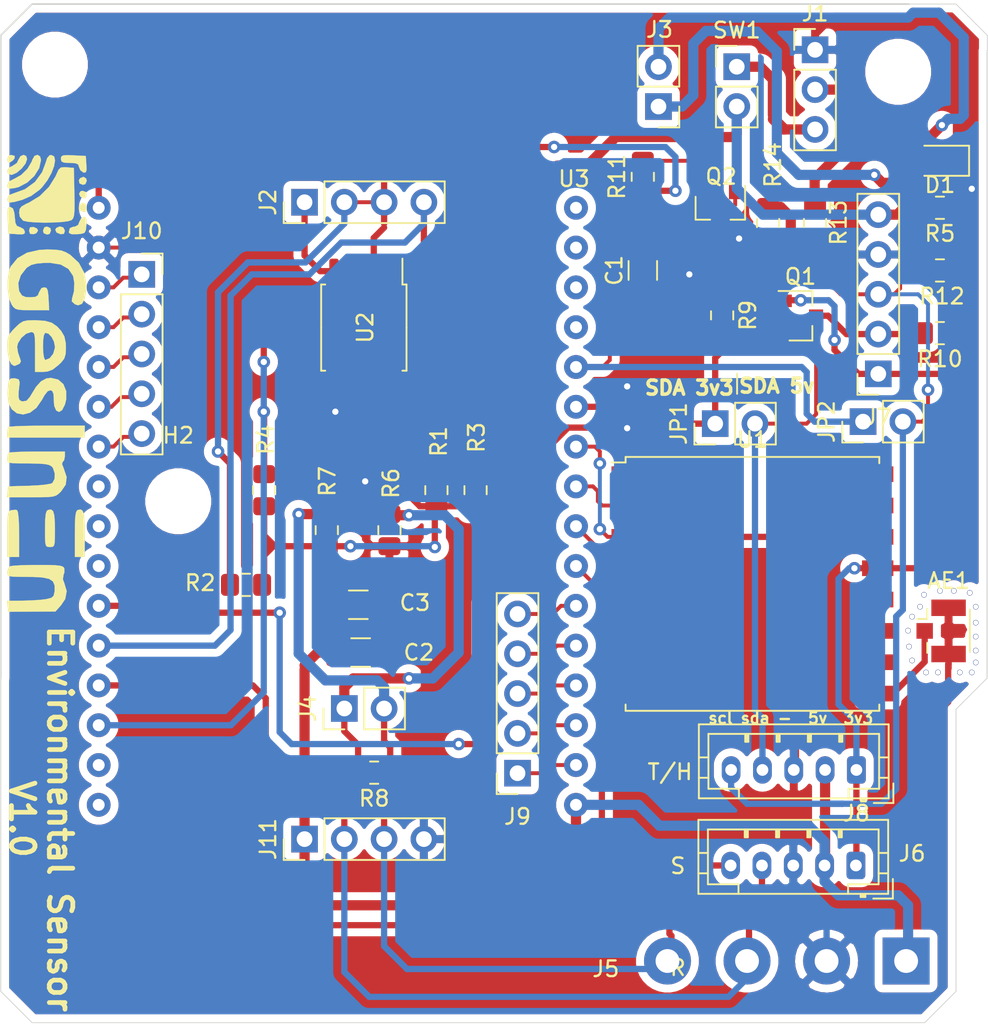
<source format=kicad_pcb>
(kicad_pcb (version 20171130) (host pcbnew "(5.0.0)")
  (title_block (date "sam. 04 avril 2015"))
  (layers (0 F.Cu signal) (31 B.Cu signal) (34 B.Paste user) (35 F.Paste user hide) (36 B.SilkS user) (37 F.SilkS user) (38 B.Mask user) (39 F.Mask user) (44 Edge.Cuts user))
  (net 0 "")
  (net 1 GND)
  (net 2 +5V)
  (net 3 "Net-(D1-Pad2)")
  (net 4 /SCK)
  (net 5 +3V3)
  (net 6 /PIN_BATT)
  (net 7 "Net-(J1-Pad3)")
  (net 8 /TX_MODBUS)
  (net 9 /GPIOXX)
  (net 10 /RX_MODBUS)
  (net 11 "Net-(J3-Pad1)")
  (net 12 /A)
  (net 13 /B)
  (net 14 /SDA_5V)
  (net 15 /SCL_5V)
  (net 16 /SDA_3V3)
  (net 17 /SCL_3V3)
  (net 18 "Net-(J9-Pad1)")
  (net 19 "Net-(J9-Pad2)")
  (net 20 "Net-(J9-Pad3)")
  (net 21 "Net-(J9-Pad4)")
  (net 22 "Net-(J9-Pad5)")
  (net 23 "Net-(J10-Pad1)")
  (net 24 "Net-(J10-Pad2)")
  (net 25 "Net-(J10-Pad3)")
  (net 26 "Net-(J10-Pad4)")
  (net 27 "Net-(J10-Pad5)")
  (net 28 /MOSI)
  (net 29 /MISO)
  (net 30 /NSS)
  (net 31 /GPIO2)
  (net 32 /GPIO14)
  (net 33 "Net-(AE1-Pad1)")
  (net 34 "Net-(U1-Pad7)")
  (net 35 "Net-(U1-Pad11)")
  (net 36 "Net-(U1-Pad12)")
  (net 37 "Net-(U1-Pad15)")
  (net 38 "Net-(U1-Pad16)")
  (net 39 "Net-(U3-Pad32)")
  (net 40 "Net-(U3-Pad31)")
  (net 41 "Net-(U3-Pad26)")
  (net 42 "Net-(U3-Pad25)")
  (net 43 "Net-(U3-Pad24)")
  (net 44 "Net-(U3-Pad4)")
  (net 45 "Net-(U3-Pad3)")
  (net 46 "Net-(U3-Pad2)")
  (net 47 "Net-(U3-Pad1)")
  (net 48 "Net-(J1-Pad2)")
  (module TTGo:TerminalBlock_bornier-4_P5.08mm (layer F.Cu) (at 271.272 134.62 180)
    (fp_text reference J5 (at 19.177 -0.508 180) (layer F.SilkS))
    (fp_text value SensorSuelo)
    (pad 4 thru_hole circle (at 15.24 0 180) (size 3 3) (drill 1.52) (layers *.Cu *.Mask) (net 12 /A))
    (pad 1 thru_hole rect (at 0 0 180) (size 3 3) (drill 1.52) (layers *.Cu *.Mask) (net 2 +5V))
    (pad 3 thru_hole circle (at 10.16 0 180) (size 3 3) (drill 1.52) (layers *.Cu *.Mask) (net 13 /B))
    (pad 2 thru_hole circle (at 5.08 0 180) (size 3 3) (drill 1.52) (layers *.Cu *.Mask) (net 1 GND))
  )
  (module MountingHole:MountingHole_3.2mm_M3 (layer F.Cu) (at 216.916 77.4192)
    (fp_text reference H1)
    (fp_text value MountingHole)
    (pad 1 np_thru_hole circle (at 0 0) (size 3.2 3.2) (drill 3.2) (layers *.Cu *.Mask))
  )
  (module Connector_JST:JST_PH_B5B-PH-K_1x05_P2.00mm_Vertical (layer F.Cu) (at 268.097 122.428 180)
    (fp_text reference J8 (at 0 -2.77) (layer F.SilkS))
    (fp_text value "SENSOR TEMP HUM")
    (pad 5 thru_hole oval (at 8 0 180) (size 1.2 1.75) (drill 0.75) (layers *.Cu *.Mask) (net 15 /SCL_5V))
    (pad 4 thru_hole oval (at 6 0 180) (size 1.2 1.75) (drill 0.75) (layers *.Cu *.Mask) (net 14 /SDA_5V))
    (pad 3 thru_hole oval (at 4 0 180) (size 1.2 1.75) (drill 0.75) (layers *.Cu *.Mask) (net 1 GND))
    (pad 2 thru_hole oval (at 2 0 180) (size 1.2 1.75) (drill 0.75) (layers *.Cu *.Mask) (net 2 +5V))
    (pad 1 thru_hole roundrect (at 0 0 180) (size 1.2 1.75) (drill 0.75) (layers *.Cu *.Mask) (roundrect_rratio 0.208333) (net 5 +3V3))
  )
  (module Connector_PinSocket_2.54mm:PinSocket_1x05_P2.54mm_Vertical (layer F.Cu) (at 246.457 122.635 180)
    (fp_text reference J9 (at 0 -2.77) (layer F.SilkS))
    (fp_text value Conn_01x05)
    (pad 1 thru_hole rect (at 0 0 180) (size 1.7 1.7) (drill 1) (layers *.Cu *.Mask) (net 18 "Net-(J9-Pad1)"))
    (pad 2 thru_hole oval (at 0 2.54 180) (size 1.7 1.7) (drill 1) (layers *.Cu *.Mask) (net 19 "Net-(J9-Pad2)"))
    (pad 3 thru_hole oval (at 0 5.08 180) (size 1.7 1.7) (drill 1) (layers *.Cu *.Mask) (net 20 "Net-(J9-Pad3)"))
    (pad 4 thru_hole oval (at 0 7.62 180) (size 1.7 1.7) (drill 1) (layers *.Cu *.Mask) (net 21 "Net-(J9-Pad4)"))
    (pad 5 thru_hole oval (at 0 10.16 180) (size 1.7 1.7) (drill 1) (layers *.Cu *.Mask) (net 22 "Net-(J9-Pad5)"))
  )
  (module Connector_PinSocket_2.54mm:PinSocket_1x05_P2.54mm_Vertical (layer F.Cu) (at 222.457 90.805)
    (fp_text reference J10 (at 0 -2.77) (layer F.SilkS))
    (fp_text value Conn_01x05)
    (pad 5 thru_hole oval (at 0 10.16) (size 1.7 1.7) (drill 1) (layers *.Cu *.Mask) (net 27 "Net-(J10-Pad5)"))
    (pad 4 thru_hole oval (at 0 7.62) (size 1.7 1.7) (drill 1) (layers *.Cu *.Mask) (net 26 "Net-(J10-Pad4)"))
    (pad 3 thru_hole oval (at 0 5.08) (size 1.7 1.7) (drill 1) (layers *.Cu *.Mask) (net 25 "Net-(J10-Pad3)"))
    (pad 2 thru_hole oval (at 0 2.54) (size 1.7 1.7) (drill 1) (layers *.Cu *.Mask) (net 24 "Net-(J10-Pad2)"))
    (pad 1 thru_hole rect (at 0 0) (size 1.7 1.7) (drill 1) (layers *.Cu *.Mask) (net 23 "Net-(J10-Pad1)"))
  )
  (module MountingHole:MountingHole_3.2mm_M3 (layer F.Cu) (at 270.764 77.8764)
    (fp_text reference MH2)
    (fp_text value MountingHole)
    (pad 1 np_thru_hole circle (at 0 0) (size 3.2 3.2) (drill 3.2) (layers *.Cu *.Mask))
  )
  (module TTGO:TTGo_sinGuia (layer F.Cu) (at 250.19 86.555)
    (fp_text reference U3 (at -0.127 -1.846) (layer F.SilkS))
    (fp_text value TTGOv3SimGps)
    (pad 32 thru_hole circle (at -30.48 38.1) (size 1.524 1.524) (drill 0.762) (layers *.Cu *.Mask) (net 39 "Net-(U3-Pad32)"))
    (pad 31 thru_hole circle (at -30.48 35.56) (size 1.524 1.524) (drill 0.762) (layers *.Cu *.Mask) (net 40 "Net-(U3-Pad31)"))
    (pad 30 thru_hole circle (at -30.48 33.02) (size 1.524 1.524) (drill 0.762) (layers *.Cu *.Mask) (net 8 /TX_MODBUS))
    (pad 29 thru_hole circle (at -30.48 30.48) (size 1.524 1.524) (drill 0.762) (layers *.Cu *.Mask) (net 32 /GPIO14))
    (pad 28 thru_hole circle (at -30.48 27.94) (size 1.524 1.524) (drill 0.762) (layers *.Cu *.Mask) (net 10 /RX_MODBUS))
    (pad 27 thru_hole circle (at -30.48 25.4) (size 1.524 1.524) (drill 0.762) (layers *.Cu *.Mask) (net 31 /GPIO2))
    (pad 26 thru_hole circle (at -30.48 22.86) (size 1.524 1.524) (drill 0.762) (layers *.Cu *.Mask) (net 41 "Net-(U3-Pad26)"))
    (pad 25 thru_hole circle (at -30.48 20.32) (size 1.524 1.524) (drill 0.762) (layers *.Cu *.Mask) (net 42 "Net-(U3-Pad25)"))
    (pad 24 thru_hole circle (at -30.48 17.78) (size 1.524 1.524) (drill 0.762) (layers *.Cu *.Mask) (net 43 "Net-(U3-Pad24)"))
    (pad 23 thru_hole circle (at -30.48 15.24) (size 1.524 1.524) (drill 0.762) (layers *.Cu *.Mask) (net 27 "Net-(J10-Pad5)"))
    (pad 22 thru_hole circle (at -30.48 12.7) (size 1.524 1.524) (drill 0.762) (layers *.Cu *.Mask) (net 26 "Net-(J10-Pad4)"))
    (pad 21 thru_hole circle (at -30.48 10.16) (size 1.524 1.524) (drill 0.762) (layers *.Cu *.Mask) (net 25 "Net-(J10-Pad3)"))
    (pad 20 thru_hole circle (at -30.48 7.62) (size 1.524 1.524) (drill 0.762) (layers *.Cu *.Mask) (net 24 "Net-(J10-Pad2)"))
    (pad 19 thru_hole circle (at -30.48 5.08) (size 1.524 1.524) (drill 0.762) (layers *.Cu *.Mask) (net 23 "Net-(J10-Pad1)"))
    (pad 18 thru_hole circle (at -30.48 2.54) (size 1.524 1.524) (drill 0.762) (layers *.Cu *.Mask) (net 1 GND))
    (pad 17 thru_hole circle (at -30.48 0) (size 1.524 1.524) (drill 0.762) (layers *.Cu *.Mask) (net 5 +3V3))
    (pad 16 thru_hole circle (at 0 38.1) (size 1.524 1.524) (drill 0.762) (layers *.Cu *.Mask) (net 2 +5V))
    (pad 15 thru_hole circle (at 0 35.56) (size 1.524 1.524) (drill 0.762) (layers *.Cu *.Mask) (net 18 "Net-(J9-Pad1)"))
    (pad 14 thru_hole circle (at 0 33.02) (size 1.524 1.524) (drill 0.762) (layers *.Cu *.Mask) (net 19 "Net-(J9-Pad2)"))
    (pad 13 thru_hole circle (at 0 30.48) (size 1.524 1.524) (drill 0.762) (layers *.Cu *.Mask) (net 20 "Net-(J9-Pad3)"))
    (pad 12 thru_hole circle (at 0 27.94) (size 1.524 1.524) (drill 0.762) (layers *.Cu *.Mask) (net 21 "Net-(J9-Pad4)"))
    (pad 11 thru_hole circle (at 0 25.4) (size 1.524 1.524) (drill 0.762) (layers *.Cu *.Mask) (net 22 "Net-(J9-Pad5)"))
    (pad 10 thru_hole circle (at 0 22.86) (size 1.524 1.524) (drill 0.762) (layers *.Cu *.Mask) (net 30 /NSS))
    (pad 9 thru_hole circle (at 0 20.32) (size 1.524 1.524) (drill 0.762) (layers *.Cu *.Mask) (net 4 /SCK))
    (pad 8 thru_hole circle (at 0 17.78) (size 1.524 1.524) (drill 0.762) (layers *.Cu *.Mask) (net 29 /MISO))
    (pad 7 thru_hole circle (at 0 15.24) (size 1.524 1.524) (drill 0.762) (layers *.Cu *.Mask) (net 28 /MOSI))
    (pad 6 thru_hole circle (at 0 12.7) (size 1.524 1.524) (drill 0.762) (layers *.Cu *.Mask) (net 16 /SDA_3V3))
    (pad 5 thru_hole circle (at 0 10.16) (size 1.524 1.524) (drill 0.762) (layers *.Cu *.Mask) (net 17 /SCL_3V3))
    (pad 4 thru_hole circle (at 0 7.62) (size 1.524 1.524) (drill 0.762) (layers *.Cu *.Mask) (net 44 "Net-(U3-Pad4)"))
    (pad 3 thru_hole circle (at 0 5.08) (size 1.524 1.524) (drill 0.762) (layers *.Cu *.Mask) (net 45 "Net-(U3-Pad3)"))
    (pad 2 thru_hole circle (at 0 2.54) (size 1.524 1.524) (drill 0.762) (layers *.Cu *.Mask) (net 46 "Net-(U3-Pad2)"))
    (pad 1 thru_hole circle (at 0 0) (size 1.524 1.524) (drill 0.762) (layers *.Cu *.Mask) (net 47 "Net-(U3-Pad1)"))
  )
  (module Capacitor_SMD:C_1206_3216Metric_Pad1.42x1.75mm_HandSolder (layer F.Cu) (at 254.457 90.555 90)
    (fp_text reference C1 (at 0 -1.82 90) (layer F.SilkS))
    (fp_text value 100nf)
    (pad 1 smd roundrect (at -1.4875 0 90) (size 1.425 1.75) (layers F.Cu F.Paste F.Mask) (roundrect_rratio 0.175439) (net 1 GND))
    (pad 2 smd roundrect (at 1.4875 0 90) (size 1.425 1.75) (layers F.Cu F.Paste F.Mask) (roundrect_rratio 0.175439) (net 5 +3V3))
  )
  (module Capacitor_SMD:C_1206_3216Metric_Pad1.42x1.75mm_HandSolder (layer F.Cu) (at 236.4375 114.935 180)
    (fp_text reference C2 (at -3.7195 0) (layer F.SilkS))
    (fp_text value 0.1uF)
    (pad 2 smd roundrect (at 1.4875 0 180) (size 1.425 1.75) (layers F.Cu F.Paste F.Mask) (roundrect_rratio 0.175439) (net 2 +5V))
    (pad 1 smd roundrect (at -1.4875 0 180) (size 1.425 1.75) (layers F.Cu F.Paste F.Mask) (roundrect_rratio 0.175439) (net 1 GND))
  )
  (module Capacitor_SMD:C_1206_3216Metric_Pad1.42x1.75mm_HandSolder (layer F.Cu) (at 236.2885 111.887 180)
    (fp_text reference C3 (at -3.6145 0.127) (layer F.SilkS))
    (fp_text value 10uF)
    (pad 1 smd roundrect (at -1.4875 0 180) (size 1.425 1.75) (layers F.Cu F.Paste F.Mask) (roundrect_rratio 0.175439) (net 1 GND))
    (pad 2 smd roundrect (at 1.4875 0 180) (size 1.425 1.75) (layers F.Cu F.Paste F.Mask) (roundrect_rratio 0.175439) (net 2 +5V))
  )
  (module Diode_SMD:D_0805_2012Metric_Pad1.15x1.40mm_HandSolder (layer F.Cu) (at 273.432 83.555 180)
    (fp_text reference D1 (at 0.001 -1.535) (layer F.SilkS))
    (fp_text value LED)
    (pad 1 smd roundrect (at -1.025 0 180) (size 1.15 1.4) (layers F.Cu F.Paste F.Mask) (roundrect_rratio 0.217391) (net 1 GND))
    (pad 2 smd roundrect (at 1.025 0 180) (size 1.15 1.4) (layers F.Cu F.Paste F.Mask) (roundrect_rratio 0.217391) (net 3 "Net-(D1-Pad2)"))
  )
  (module Connector_PinHeader_2.54mm:PinHeader_1x03_P2.54mm_Vertical (layer F.Cu) (at 265.457 76.475)
    (fp_text reference J1 (at 0 -2.33) (layer F.SilkS))
    (fp_text value Conn_01x03)
    (pad 1 thru_hole rect (at 0 0) (size 1.7 1.7) (drill 1) (layers *.Cu *.Mask) (net 1 GND))
    (pad 2 thru_hole oval (at 0 2.54) (size 1.7 1.7) (drill 1) (layers *.Cu *.Mask) (net 48 "Net-(J1-Pad2)"))
    (pad 3 thru_hole oval (at 0 5.08) (size 1.7 1.7) (drill 1) (layers *.Cu *.Mask) (net 7 "Net-(J1-Pad3)"))
  )
  (module Connector_PinHeader_2.54mm:PinHeader_1x04_P2.54mm_Vertical (layer F.Cu) (at 232.856 86.201 90)
    (fp_text reference J2 (at 0 -2.33 90) (layer F.SilkS))
    (fp_text value Conn_01x04)
    (pad 1 thru_hole rect (at 0 0 90) (size 1.7 1.7) (drill 1) (layers *.Cu *.Mask) (net 8 /TX_MODBUS))
    (pad 2 thru_hole oval (at 0 2.54 90) (size 1.7 1.7) (drill 1) (layers *.Cu *.Mask) (net 9 /GPIOXX))
    (pad 3 thru_hole oval (at 0 5.08 90) (size 1.7 1.7) (drill 1) (layers *.Cu *.Mask) (net 9 /GPIOXX))
    (pad 4 thru_hole oval (at 0 7.62 90) (size 1.7 1.7) (drill 1) (layers *.Cu *.Mask) (net 10 /RX_MODBUS))
  )
  (module Connector_PinHeader_2.54mm:PinHeader_1x02_P2.54mm_Vertical (layer F.Cu) (at 255.457 80.095 180)
    (fp_text reference J3 (at -0.067 4.911) (layer F.SilkS))
    (fp_text value Conn_01x02)
    (pad 1 thru_hole rect (at 0 0 180) (size 1.7 1.7) (drill 1) (layers *.Cu *.Mask) (net 11 "Net-(J3-Pad1)"))
    (pad 2 thru_hole oval (at 0 2.54 180) (size 1.7 1.7) (drill 1) (layers *.Cu *.Mask) (net 3 "Net-(D1-Pad2)"))
  )
  (module Connector_PinHeader_2.54mm:PinHeader_1x02_P2.54mm_Vertical (layer F.Cu) (at 259.08 100.33 90)
    (fp_text reference JP1 (at 0 -2.33 90) (layer F.SilkS))
    (fp_text value SolderJumper_2_Bridged)
    (pad 2 thru_hole oval (at 0 2.54 90) (size 1.7 1.7) (drill 1) (layers *.Cu *.Mask) (net 14 /SDA_5V))
    (pad 1 thru_hole rect (at 0 0 90) (size 1.7 1.7) (drill 1) (layers *.Cu *.Mask) (net 16 /SDA_3V3))
  )
  (module Connector_PinHeader_2.54mm:PinHeader_1x02_P2.54mm_Vertical (layer F.Cu) (at 268.523 100.203 90)
    (fp_text reference JP2 (at 0 -2.33 90) (layer F.SilkS))
    (fp_text value SolderJumper_2_Bridged)
    (pad 1 thru_hole rect (at 0 0 90) (size 1.7 1.7) (drill 1) (layers *.Cu *.Mask) (net 17 /SCL_3V3))
    (pad 2 thru_hole oval (at 0 2.54 90) (size 1.7 1.7) (drill 1) (layers *.Cu *.Mask) (net 15 /SCL_5V))
  )
  (module Package_TO_SOT_SMD:SOT-23 (layer F.Cu) (at 264.523 93.445)
    (fp_text reference Q1 (at 0 -2.5) (layer F.SilkS))
    (fp_text value BSS138)
    (pad 3 smd rect (at 1 0) (size 0.9 0.8) (layers F.Cu F.Paste F.Mask) (net 14 /SDA_5V))
    (pad 2 smd rect (at -1 0.95) (size 0.9 0.8) (layers F.Cu F.Paste F.Mask) (net 16 /SDA_3V3))
    (pad 1 smd rect (at -1 -0.95) (size 0.9 0.8) (layers F.Cu F.Paste F.Mask) (net 5 +3V3))
  )
  (module Package_TO_SOT_SMD:SOT-23 (layer F.Cu) (at 259.407 86.555 270)
    (fp_text reference Q2 (at -2 -0.05 180) (layer F.SilkS))
    (fp_text value BSS138)
    (pad 1 smd rect (at -1 -0.95 270) (size 0.9 0.8) (layers F.Cu F.Paste F.Mask) (net 5 +3V3))
    (pad 2 smd rect (at -1 0.95 270) (size 0.9 0.8) (layers F.Cu F.Paste F.Mask) (net 17 /SCL_3V3))
    (pad 3 smd rect (at 1 0 270) (size 0.9 0.8) (layers F.Cu F.Paste F.Mask) (net 15 /SCL_5V))
  )
  (module Resistor_SMD:R_0805_2012Metric_Pad1.15x1.40mm_HandSolder (layer F.Cu) (at 241.276 104.576 90)
    (fp_text reference R1 (at 3.103 0.151 90) (layer F.SilkS))
    (fp_text value 10k)
    (pad 1 smd roundrect (at -1.025 0 90) (size 1.15 1.4) (layers F.Cu F.Paste F.Mask) (roundrect_rratio 0.217391) (net 2 +5V))
    (pad 2 smd roundrect (at 1.025 0 90) (size 1.15 1.4) (layers F.Cu F.Paste F.Mask) (roundrect_rratio 0.217391) (net 10 /RX_MODBUS))
  )
  (module Resistor_SMD:R_0805_2012Metric_Pad1.15x1.40mm_HandSolder (layer F.Cu) (at 229.117 110.617 180)
    (fp_text reference R2 (at 2.93 0.127) (layer F.SilkS))
    (fp_text value 10k)
    (pad 1 smd roundrect (at -1.025 0 180) (size 1.15 1.4) (layers F.Cu F.Paste F.Mask) (roundrect_rratio 0.217391) (net 2 +5V))
    (pad 2 smd roundrect (at 1.025 0 180) (size 1.15 1.4) (layers F.Cu F.Paste F.Mask) (roundrect_rratio 0.217391) (net 9 /GPIOXX))
  )
  (module Resistor_SMD:R_0805_2012Metric_Pad1.15x1.40mm_HandSolder (layer F.Cu) (at 243.776 104.576 90)
    (fp_text reference R3 (at 3.357 0.064 90) (layer F.SilkS))
    (fp_text value 10k)
    (pad 1 smd roundrect (at -1.025 0 90) (size 1.15 1.4) (layers F.Cu F.Paste F.Mask) (roundrect_rratio 0.217391) (net 2 +5V))
    (pad 2 smd roundrect (at 1.025 0 90) (size 1.15 1.4) (layers F.Cu F.Paste F.Mask) (roundrect_rratio 0.217391) (net 9 /GPIOXX))
  )
  (module Resistor_SMD:R_0805_2012Metric_Pad1.15x1.40mm_HandSolder (layer F.Cu) (at 230.276 104.576 90)
    (fp_text reference R4 (at 3.23 0.102 90) (layer F.SilkS))
    (fp_text value 10k)
    (pad 2 smd roundrect (at 1.025 0 90) (size 1.15 1.4) (layers F.Cu F.Paste F.Mask) (roundrect_rratio 0.217391) (net 8 /TX_MODBUS))
    (pad 1 smd roundrect (at -1.025 0 90) (size 1.15 1.4) (layers F.Cu F.Paste F.Mask) (roundrect_rratio 0.217391) (net 2 +5V))
  )
  (module Resistor_SMD:R_0805_2012Metric_Pad1.15x1.40mm_HandSolder (layer F.Cu) (at 273.432 86.555 180)
    (fp_text reference R5 (at 0 -1.65) (layer F.SilkS))
    (fp_text value 1k)
    (pad 1 smd roundrect (at -1.025 0 180) (size 1.15 1.4) (layers F.Cu F.Paste F.Mask) (roundrect_rratio 0.217391) (net 11 "Net-(J3-Pad1)"))
    (pad 2 smd roundrect (at 1.025 0 180) (size 1.15 1.4) (layers F.Cu F.Paste F.Mask) (roundrect_rratio 0.217391) (net 2 +5V))
  )
  (module Resistor_SMD:R_0805_2012Metric_Pad1.15x1.40mm_HandSolder (layer F.Cu) (at 238.276 107.126 90)
    (fp_text reference R6 (at 2.986 0.103 90) (layer F.SilkS))
    (fp_text value 20k)
    (pad 1 smd roundrect (at -1.025 0 90) (size 1.15 1.4) (layers F.Cu F.Paste F.Mask) (roundrect_rratio 0.217391) (net 1 GND))
    (pad 2 smd roundrect (at 1.025 0 90) (size 1.15 1.4) (layers F.Cu F.Paste F.Mask) (roundrect_rratio 0.217391) (net 13 /B))
  )
  (module Resistor_SMD:R_0805_2012Metric_Pad1.15x1.40mm_HandSolder (layer F.Cu) (at 234.276 107.126 270)
    (fp_text reference R7 (at -3.113 -0.039 90) (layer F.SilkS))
    (fp_text value 20k)
    (pad 2 smd roundrect (at 1.025 0 270) (size 1.15 1.4) (layers F.Cu F.Paste F.Mask) (roundrect_rratio 0.217391) (net 2 +5V))
    (pad 1 smd roundrect (at -1.025 0 270) (size 1.15 1.4) (layers F.Cu F.Paste F.Mask) (roundrect_rratio 0.217391) (net 12 /A))
  )
  (module Resistor_SMD:R_0805_2012Metric_Pad1.15x1.40mm_HandSolder (layer F.Cu) (at 237.301 122.601 180)
    (fp_text reference R8 (at 0 -1.65) (layer F.SilkS))
    (fp_text value 120)
    (pad 2 smd roundrect (at 1.025 0 180) (size 1.15 1.4) (layers F.Cu F.Paste F.Mask) (roundrect_rratio 0.217391) (net 13 /B))
    (pad 1 smd roundrect (at -1.025 0 180) (size 1.15 1.4) (layers F.Cu F.Paste F.Mask) (roundrect_rratio 0.217391) (net 12 /A))
  )
  (module Resistor_SMD:R_0805_2012Metric_Pad1.15x1.40mm_HandSolder (layer F.Cu) (at 259.523 93.42 270)
    (fp_text reference R9 (at 0 -1.65 90) (layer F.SilkS))
    (fp_text value 10k)
    (pad 2 smd roundrect (at 1.025 0 270) (size 1.15 1.4) (layers F.Cu F.Paste F.Mask) (roundrect_rratio 0.217391) (net 16 /SDA_3V3))
    (pad 1 smd roundrect (at -1.025 0 270) (size 1.15 1.4) (layers F.Cu F.Paste F.Mask) (roundrect_rratio 0.217391) (net 5 +3V3))
  )
  (module Resistor_SMD:R_0805_2012Metric_Pad1.15x1.40mm_HandSolder (layer F.Cu) (at 273.432 94.555 180)
    (fp_text reference R10 (at 0 -1.65) (layer F.SilkS))
    (fp_text value 10k)
    (pad 1 smd roundrect (at -1.025 0 180) (size 1.15 1.4) (layers F.Cu F.Paste F.Mask) (roundrect_rratio 0.217391) (net 2 +5V))
    (pad 2 smd roundrect (at 1.025 0 180) (size 1.15 1.4) (layers F.Cu F.Paste F.Mask) (roundrect_rratio 0.217391) (net 14 /SDA_5V))
  )
  (module Resistor_SMD:R_0805_2012Metric_Pad1.15x1.40mm_HandSolder (layer F.Cu) (at 254.457 84.58 90)
    (fp_text reference R11 (at 0 -1.65 90) (layer F.SilkS))
    (fp_text value 10k)
    (pad 1 smd roundrect (at -1.025 0 90) (size 1.15 1.4) (layers F.Cu F.Paste F.Mask) (roundrect_rratio 0.217391) (net 5 +3V3))
    (pad 2 smd roundrect (at 1.025 0 90) (size 1.15 1.4) (layers F.Cu F.Paste F.Mask) (roundrect_rratio 0.217391) (net 17 /SCL_3V3))
  )
  (module Resistor_SMD:R_0805_2012Metric_Pad1.15x1.40mm_HandSolder (layer F.Cu) (at 273.432 90.555 180)
    (fp_text reference R12 (at -0.126 -1.647) (layer F.SilkS))
    (fp_text value 10k)
    (pad 2 smd roundrect (at 1.025 0 180) (size 1.15 1.4) (layers F.Cu F.Paste F.Mask) (roundrect_rratio 0.217391) (net 15 /SCL_5V))
    (pad 1 smd roundrect (at -1.025 0 180) (size 1.15 1.4) (layers F.Cu F.Paste F.Mask) (roundrect_rratio 0.217391) (net 2 +5V))
  )
  (module Resistor_SMD:R_0805_2012Metric_Pad1.15x1.40mm_HandSolder (layer F.Cu) (at 265.457 87.53 90)
    (fp_text reference R13 (at 0.027 1.497 90) (layer F.SilkS))
    (fp_text value 1k)
    (pad 1 smd roundrect (at -1.025 0 90) (size 1.15 1.4) (layers F.Cu F.Paste F.Mask) (roundrect_rratio 0.217391) (net 6 /PIN_BATT))
    (pad 2 smd roundrect (at 1.025 0 90) (size 1.15 1.4) (layers F.Cu F.Paste F.Mask) (roundrect_rratio 0.217391) (net 48 "Net-(J1-Pad2)"))
  )
  (module Resistor_SMD:R_0805_2012Metric_Pad1.15x1.40mm_HandSolder (layer F.Cu) (at 262.457 87.53 90)
    (fp_text reference R14 (at 3.71 0.306 90) (layer F.SilkS))
    (fp_text value 1k7)
    (pad 2 smd roundrect (at 1.025 0 90) (size 1.15 1.4) (layers F.Cu F.Paste F.Mask) (roundrect_rratio 0.217391) (net 6 /PIN_BATT))
    (pad 1 smd roundrect (at -1.025 0 90) (size 1.15 1.4) (layers F.Cu F.Paste F.Mask) (roundrect_rratio 0.217391) (net 1 GND))
  )
  (module Connector_PinHeader_2.54mm:PinHeader_1x02_P2.54mm_Vertical (layer F.Cu) (at 260.457 77.555)
    (fp_text reference SW1 (at 0 -2.33) (layer F.SilkS))
    (fp_text value SW_DIP_x01)
    (pad 2 thru_hole oval (at 0 2.54) (size 1.7 1.7) (drill 1) (layers *.Cu *.Mask) (net 2 +5V))
    (pad 1 thru_hole rect (at 0 0) (size 1.7 1.7) (drill 1) (layers *.Cu *.Mask) (net 7 "Net-(J1-Pad3)"))
  )
  (module Package_SO:SOP-8_5.28x5.23mm_P1.27mm (layer F.Cu) (at 236.641 94.201 270)
    (fp_text reference U2 (at 0 -0.087 90) (layer F.SilkS))
    (fp_text value MAX485E)
    (pad 1 smd roundrect (at -3.6 -1.905 270) (size 1.6 0.6) (layers F.Cu F.Paste F.Mask) (net 10 /RX_MODBUS))
    (pad 2 smd roundrect (at -3.6 -0.635 270) (size 1.6 0.6) (layers F.Cu F.Paste F.Mask) (net 9 /GPIOXX))
    (pad 3 smd roundrect (at -3.6 0.635 270) (size 1.6 0.6) (layers F.Cu F.Paste F.Mask) (net 9 /GPIOXX))
    (pad 4 smd roundrect (at -3.6 1.905 270) (size 1.6 0.6) (layers F.Cu F.Paste F.Mask) (net 8 /TX_MODBUS))
    (pad 5 smd roundrect (at 3.6 1.905 270) (size 1.6 0.6) (layers F.Cu F.Paste F.Mask) (net 1 GND))
    (pad 6 smd roundrect (at 3.6 0.635 270) (size 1.6 0.6) (layers F.Cu F.Paste F.Mask) (net 12 /A))
    (pad 7 smd roundrect (at 3.6 -0.635 270) (size 1.6 0.6) (layers F.Cu F.Paste F.Mask) (net 13 /B))
    (pad 8 smd roundrect (at 3.6 -1.905 270) (size 1.6 0.6) (layers F.Cu F.Paste F.Mask) (net 2 +5V))
  )
  (module Connector_PinHeader_2.54mm:PinHeader_1x04_P2.54mm_Vertical (layer F.Cu) (at 232.856 126.841 90)
    (fp_text reference J11 (at 0 -2.33 90) (layer F.SilkS))
    (fp_text value Conn_01x04)
    (pad 1 thru_hole rect (at 0 0 90) (size 1.7 1.7) (drill 1) (layers *.Cu *.Mask) (net 2 +5V))
    (pad 2 thru_hole oval (at 0 2.54 90) (size 1.7 1.7) (drill 1) (layers *.Cu *.Mask) (net 13 /B))
    (pad 3 thru_hole oval (at 0 5.08 90) (size 1.7 1.7) (drill 1) (layers *.Cu *.Mask) (net 12 /A))
    (pad 4 thru_hole oval (at 0 7.62 90) (size 1.7 1.7) (drill 1) (layers *.Cu *.Mask) (net 1 GND))
  )
  (module Connector_PinHeader_2.54mm:PinHeader_1x02_P2.54mm_Vertical (layer F.Cu) (at 235.396 118.506001 90)
    (fp_text reference J4 (at 0 -2.33 90) (layer F.SilkS))
    (fp_text value Conn_01x02)
    (pad 1 thru_hole rect (at 0 0 90) (size 1.7 1.7) (drill 1) (layers *.Cu *.Mask) (net 13 /B))
    (pad 2 thru_hole oval (at 0 2.54 90) (size 1.7 1.7) (drill 1) (layers *.Cu *.Mask) (net 12 /A))
  )
  (module Connector_Coaxial:U.FL_Hirose_U.FL-R-SMT-1_Vertical (layer F.Cu) (at 273.507 113.555)
    (fp_text reference AE1 (at 0.475 -3.2) (layer F.SilkS))
    (fp_text value Antenna_Chip)
    (pad 2 smd rect (at 0.475 1.475) (size 2.2 1.05) (layers F.Cu F.Paste F.Mask) (net 1 GND))
    (pad 1 smd rect (at -1.05 0) (size 1.05 1) (layers F.Cu F.Paste F.Mask) (net 33 "Net-(AE1-Pad1)"))
    (pad 2 smd rect (at 0.475 -1.475) (size 2.2 1.05) (layers F.Cu F.Paste F.Mask) (net 1 GND))
  )
  (module RF_Module:HOPERF_RFM9XW_SMD (layer F.Cu) (at 261.457 110.555)
    (fp_text reference U1 (at 0 -9.2) (layer F.SilkS))
    (fp_text value RFM95HW)
    (pad 1 smd rect (at -8 -7) (size 2 1) (layers F.Cu F.Paste F.Mask) (net 1 GND))
    (pad 2 smd rect (at -8 -5) (size 2 1) (layers F.Cu F.Paste F.Mask) (net 29 /MISO))
    (pad 3 smd rect (at -8 -3) (size 2 1) (layers F.Cu F.Paste F.Mask) (net 28 /MOSI))
    (pad 4 smd rect (at -8 -1) (size 2 1) (layers F.Cu F.Paste F.Mask) (net 4 /SCK))
    (pad 5 smd rect (at -8 1) (size 2 1) (layers F.Cu F.Paste F.Mask) (net 30 /NSS))
    (pad 6 smd rect (at -8 3) (size 2 1) (layers F.Cu F.Paste F.Mask) (net 32 /GPIO14))
    (pad 7 smd rect (at -8 5) (size 2 1) (layers F.Cu F.Paste F.Mask) (net 34 "Net-(U1-Pad7)"))
    (pad 8 smd rect (at -8 7) (size 2 1) (layers F.Cu F.Paste F.Mask) (net 1 GND))
    (pad 9 smd rect (at 8 7) (size 2 1) (layers F.Cu F.Paste F.Mask) (net 33 "Net-(AE1-Pad1)"))
    (pad 10 smd rect (at 8 5) (size 2 1) (layers F.Cu F.Paste F.Mask) (net 1 GND))
    (pad 11 smd rect (at 8 3) (size 2 1) (layers F.Cu F.Paste F.Mask) (net 35 "Net-(U1-Pad11)"))
    (pad 12 smd rect (at 8 1) (size 2 1) (layers F.Cu F.Paste F.Mask) (net 36 "Net-(U1-Pad12)"))
    (pad 13 smd rect (at 8 -1) (size 2 1) (layers F.Cu F.Paste F.Mask) (net 5 +3V3))
    (pad 14 smd rect (at 8 -3) (size 2 1) (layers F.Cu F.Paste F.Mask) (net 31 /GPIO2))
    (pad 15 smd rect (at 8 -5) (size 2 1) (layers F.Cu F.Paste F.Mask) (net 37 "Net-(U1-Pad15)"))
    (pad 16 smd rect (at 8 -7) (size 2 1) (layers F.Cu F.Paste F.Mask) (net 38 "Net-(U1-Pad16)"))
  )
  (module Logo:GesinenLogo (layer F.Cu) (at 215.9 97.917 270)
    (fp_text reference H1 hide)
    (fp_text value MountingHole hide)
  )
  (module MountingHole:MountingHole_3.2mm_M3 (layer F.Cu) (at 224.79 105.283)
    (fp_text reference H2 (at 0 -4.2) (layer F.SilkS))
    (fp_text value MountingHole)
    (pad 1 np_thru_hole circle (at 0 0) (size 3.2 3.2) (drill 3.2) (layers *.Cu *.Mask))
  )
  (module Connector_JST:JST_PH_B5B-PH-K_1x05_P2.00mm_Vertical (layer F.Cu) (at 268.065 128.524 180)
    (fp_text reference J6 (at -3.588 0.762 180) (layer F.SilkS))
    (fp_text value sensorRuido)
    (pad 1 thru_hole roundrect (at 0 0 180) (size 1.2 1.75) (drill 0.75) (layers *.Cu *.Mask) (roundrect_rratio 0.208333) (net 5 +3V3))
    (pad 2 thru_hole oval (at 2 0 180) (size 1.2 1.75) (drill 0.75) (layers *.Cu *.Mask) (net 2 +5V))
    (pad 3 thru_hole oval (at 4 0 180) (size 1.2 1.75) (drill 0.75) (layers *.Cu *.Mask) (net 1 GND))
    (pad 4 thru_hole oval (at 6 0 180) (size 1.2 1.75) (drill 0.75) (layers *.Cu *.Mask) (net 13 /B))
    (pad 5 thru_hole oval (at 8 0 180) (size 1.2 1.75) (drill 0.75) (layers *.Cu *.Mask) (net 12 /A))
  )
  (module Connector_PinSocket_2.54mm:PinSocket_1x05_P2.54mm_Vertical (layer F.Cu) (at 269.494 97.155 180)
    (fp_text reference J7 (at 0 -2.77 180) (layer F.SilkS))
    (fp_text value MasterSlaves)
    (pad 1 thru_hole rect (at 0 0 180) (size 1.7 1.7) (drill 1) (layers *.Cu *.Mask) (net 5 +3V3))
    (pad 2 thru_hole oval (at 0 2.54 180) (size 1.7 1.7) (drill 1) (layers *.Cu *.Mask) (net 14 /SDA_5V))
    (pad 3 thru_hole oval (at 0 5.08 180) (size 1.7 1.7) (drill 1) (layers *.Cu *.Mask) (net 15 /SCL_5V))
    (pad 4 thru_hole oval (at 0 7.62 180) (size 1.7 1.7) (drill 1) (layers *.Cu *.Mask) (net 1 GND))
    (pad 5 thru_hole oval (at 0 10.16 180) (size 1.7 1.7) (drill 1) (layers *.Cu *.Mask) (net 2 +5V))
  )
  (gr_line (start 260.477 97.155) (end 260.477 98.425) (layer F.SilkS) (width 0.12))
  (gr_text R (at 256.695 135.055) (layer F.SilkS) (effects (font (size 1 1))))
  (gr_text S (at 256.695 128.555) (layer F.SilkS) (effects (font (size 1 1))))
  (gr_text T/H (at 256.195 122.555) (layer F.SilkS) (effects (font (size 1 1))))
  (gr_text "scl sda -  5v  3v3" (at 263.906 119.126) (layer F.SilkS) (effects (font (size 0.7 0.7))))
  (gr_line (start 213.457 136.555) (end 213.457 116.555) (layer Edge.Cuts) (width 0.05))
  (gr_line (start 215.457 138.555) (end 213.457 136.555) (layer Edge.Cuts) (width 0.05))
  (gr_line (start 272.457 138.555) (end 215.457 138.555) (layer Edge.Cuts) (width 0.05))
  (gr_line (start 274.457 136.555) (end 272.457 138.555) (layer Edge.Cuts) (width 0.05))
  (gr_line (start 274.457 118.555) (end 274.457 136.555) (layer Edge.Cuts) (width 0.05))
  (gr_line (start 274.457 118.555) (end 276.457 116.555) (layer Edge.Cuts) (width 0.05))
  (gr_line (start 276.457 75.555) (end 276.457 76.555) (layer Edge.Cuts) (width 0.05))
  (gr_line (start 274.457 73.555) (end 276.457 75.555) (layer Edge.Cuts) (width 0.05))
  (gr_line (start 271.457 73.555) (end 274.457 73.555) (layer Edge.Cuts) (width 0.05))
  (gr_line (start 213.457 75.555) (end 213.457 116.555) (layer Edge.Cuts) (width 0.1))
  (gr_line (start 215.457 73.555) (end 213.457 75.555) (layer Edge.Cuts) (width 0.1))
  (gr_line (start 271.457 73.555) (end 215.457 73.555) (layer Edge.Cuts) (width 0.1))
  (gr_line (start 276.457 116.555) (end 276.457 76.555) (layer Edge.Cuts) (width 0.1))
  (gr_text "Environmental Sensor\nV1.0" (at 216.027 125.555 270) (layer F.SilkS) (effects (font (size 1.5 1.5) (thickness 0.3))))
  (gr_text "SDA 3v3\n" (at 257.429 98.044) (layer F.SilkS) (effects (font (size 0.9 0.9) (thickness 0.225))))
  (gr_text "SDA 5v" (at 263.017 97.917) (layer F.SilkS) (effects (font (size 0.9 0.9) (thickness 0.225))))
  (via (at 271.457 114.555) (size 0.35) (drill 0.3) (layers F.Cu B.Cu) (net 0))
  (via (at 271.399 113.538) (size 0.35) (drill 0.3) (layers F.Cu B.Cu) (net 0))
  (via (at 271.653 112.649) (size 0.35) (drill 0.3) (layers F.Cu B.Cu) (net 0))
  (via (at 272.161 112.014) (size 0.35) (drill 0.3) (layers F.Cu B.Cu) (net 0))
  (via (at 272.415 111.252) (size 0.35) (drill 0.3) (layers F.Cu B.Cu) (net 0))
  (via (at 273.431 110.998) (size 0.35) (drill 0.3) (layers F.Cu B.Cu) (net 0))
  (via (at 274.32 110.998) (size 0.35) (drill 0.3) (layers F.Cu B.Cu) (net 0))
  (via (at 275.336 111.125) (size 0.35) (drill 0.3) (layers F.Cu B.Cu) (net 0))
  (via (at 275.717 112.014) (size 0.35) (drill 0.3) (layers F.Cu B.Cu) (net 0))
  (via (at 275.717 113.03) (size 0.35) (drill 0.3) (layers F.Cu B.Cu) (net 0))
  (via (at 275.717 113.919) (size 0.35) (drill 0.3) (layers F.Cu B.Cu) (net 0))
  (via (at 275.717 114.808) (size 0.35) (drill 0.3) (layers F.Cu B.Cu) (net 0))
  (via (at 275.717 115.57) (size 0.35) (drill 0.3) (layers F.Cu B.Cu) (net 0))
  (via (at 275.463 116.205) (size 0.35) (drill 0.3) (layers F.Cu B.Cu) (net 0))
  (via (at 274.701 116.205) (size 0.35) (drill 0.3) (layers F.Cu B.Cu) (net 0))
  (via (at 273.304 116.205) (size 0.35) (drill 0.3) (layers F.Cu B.Cu) (net 0))
  (via (at 272.542 116.205) (size 0.35) (drill 0.3) (layers F.Cu B.Cu) (net 0))
  (via (at 271.653 115.443) (size 0.35) (drill 0.3) (layers F.Cu B.Cu) (net 0))
  (segment (start 225.563 97.801) (end 234.736 97.801) (width 0.25) (layer F.Cu) (net 1))
  (segment (start 223.842 89.095) (end 224.79 90.043) (width 0.25) (layer F.Cu) (net 1))
  (segment (start 224.79 97.028) (end 225.563 97.801) (width 0.25) (layer F.Cu) (net 1))
  (segment (start 224.79 90.043) (end 224.79 97.028) (width 0.25) (layer F.Cu) (net 1))
  (segment (start 219.71 89.095) (end 223.842 89.095) (width 0.25) (layer F.Cu) (net 1))
  (segment (start 240.476 126.841) (end 240.476 115.508) (width 0.4) (layer F.Cu) (net 1))
  (segment (start 239.903 114.935) (end 237.925 114.935) (width 0.4) (layer F.Cu) (net 1))
  (segment (start 240.476 115.508) (end 239.903 114.935) (width 0.4) (layer F.Cu) (net 1))
  (segment (start 237.925 112.036) (end 237.776 111.887) (width 0.4) (layer F.Cu) (net 1))
  (segment (start 237.925 114.935) (end 237.925 112.036) (width 0.4) (layer F.Cu) (net 1))
  (segment (start 238.276 108.151) (end 238.276 109.514) (width 0.4) (layer F.Cu) (net 1))
  (segment (start 238.276 109.514) (end 237.776 110.014) (width 0.4) (layer F.Cu) (net 1))
  (segment (start 237.776 111.887) (end 237.776 110.014) (width 0.4) (layer F.Cu) (net 1))
  (segment (start 264.235 117.804) (end 263.986 117.555) (width 0.4) (layer F.Cu) (net 1))
  (segment (start 263.572 117.555) (end 262.462 117.555) (width 0.4) (layer F.Cu) (net 1))
  (segment (start 267.35 115.555) (end 269.457 115.555) (width 0.4) (layer F.Cu) (net 1))
  (segment (start 265.35 117.555) (end 267.35 115.555) (width 0.4) (layer F.Cu) (net 1))
  (segment (start 264.235 118.035) (end 264.715 117.555) (width 0.4) (layer F.Cu) (net 1))
  (segment (start 264.235 118.162) (end 264.235 118.035) (width 0.4) (layer F.Cu) (net 1))
  (segment (start 264.235 118.162) (end 264.235 117.804) (width 0.4) (layer F.Cu) (net 1))
  (segment (start 263.572 117.555) (end 264.715 117.555) (width 0.4) (layer F.Cu) (net 1))
  (segment (start 264.715 117.555) (end 265.35 117.555) (width 0.4) (layer F.Cu) (net 1))
  (segment (start 263.986 117.555) (end 263.953 117.555) (width 0.4) (layer F.Cu) (net 1))
  (segment (start 263.953 117.555) (end 263.572 117.555) (width 0.4) (layer F.Cu) (net 1))
  (segment (start 264.235 117.837) (end 263.953 117.555) (width 0.4) (layer F.Cu) (net 1))
  (segment (start 264.235 118.035) (end 264.235 117.837) (width 0.4) (layer F.Cu) (net 1))
  (segment (start 263.755 117.555) (end 264.235 118.035) (width 0.4) (layer F.Cu) (net 1))
  (segment (start 263.572 117.555) (end 263.755 117.555) (width 0.4) (layer F.Cu) (net 1))
  (segment (start 262.457 88.555) (end 262.457 89.356) (width 0.4) (layer F.Cu) (net 1))
  (segment (start 262.636 89.535) (end 263.779 89.535) (width 0.4) (layer F.Cu) (net 1))
  (segment (start 262.457 89.356) (end 262.636 89.535) (width 0.4) (layer F.Cu) (net 1))
  (segment (start 269.113 89.535) (end 263.779 89.535) (width 0.4) (layer F.Cu) (net 1))
  (segment (start 274.828 89.535) (end 269.113 89.535) (width 0.4) (layer B.Cu) (net 1))
  (segment (start 275.463 88.9) (end 274.828 89.535) (width 0.4) (layer B.Cu) (net 1))
  (segment (start 253.457 103.555) (end 253.457 100.619) (width 0.4) (layer F.Cu) (net 1))
  (via (at 253.457 100.619) (size 0.8) (drill 0.4) (layers F.Cu B.Cu) (net 1))
  (segment (start 253.457 100.619) (end 253.457 97.952) (width 0.4) (layer B.Cu) (net 1))
  (via (at 253.457 97.952) (size 0.8) (drill 0.4) (layers F.Cu B.Cu) (net 1))
  (segment (start 253.457 97.952) (end 253.457 95.793) (width 0.4) (layer F.Cu) (net 1))
  (segment (start 254.457 94.793) (end 254.457 92.0425) (width 0.4) (layer F.Cu) (net 1))
  (segment (start 253.457 95.793) (end 254.457 94.793) (width 0.4) (layer F.Cu) (net 1))
  (segment (start 254.457 92.0425) (end 256.1915 92.0425) (width 0.4) (layer F.Cu) (net 1))
  (via (at 257.429 90.805) (size 0.8) (drill 0.4) (layers F.Cu B.Cu) (net 1))
  (segment (start 256.1915 92.0425) (end 257.429 90.805) (width 0.4) (layer F.Cu) (net 1))
  (segment (start 257.429 90.805) (end 259.715 88.519) (width 0.4) (layer B.Cu) (net 1))
  (via (at 260.604 88.519) (size 0.8) (drill 0.4) (layers F.Cu B.Cu) (net 1))
  (segment (start 259.715 88.519) (end 260.604 88.519) (width 0.4) (layer B.Cu) (net 1))
  (segment (start 262.421 88.519) (end 262.457 88.555) (width 0.4) (layer F.Cu) (net 1))
  (segment (start 260.604 88.519) (end 262.421 88.519) (width 0.4) (layer F.Cu) (net 1))
  (segment (start 238.276 108.151) (end 237.183 108.151) (width 0.4) (layer F.Cu) (net 1))
  (segment (start 237.183 108.151) (end 236.728 107.696) (width 0.4) (layer F.Cu) (net 1))
  (via (at 236.728 104.013) (size 0.8) (drill 0.4) (layers F.Cu B.Cu) (net 1))
  (segment (start 236.728 107.696) (end 236.728 104.013) (width 0.4) (layer F.Cu) (net 1))
  (via (at 234.823 99.568) (size 0.8) (drill 0.4) (layers F.Cu B.Cu) (net 1))
  (segment (start 234.823 97.888) (end 234.736 97.801) (width 0.4) (layer F.Cu) (net 1))
  (segment (start 234.823 99.568) (end 234.823 97.888) (width 0.4) (layer F.Cu) (net 1))
  (segment (start 234.823 99.568) (end 234.823 103.124) (width 0.4) (layer B.Cu) (net 1))
  (segment (start 235.712 104.013) (end 236.728 104.013) (width 0.4) (layer B.Cu) (net 1))
  (segment (start 234.823 103.124) (end 235.712 104.013) (width 0.4) (layer B.Cu) (net 1))
  (segment (start 273.982 112.08) (end 273.982 115.03) (width 0.4) (layer F.Cu) (net 1))
  (segment (start 254.939 103.555) (end 255.05099 103.66699) (width 0.4) (layer F.Cu) (net 1))
  (segment (start 253.457 103.555) (end 254.939 103.555) (width 0.4) (layer F.Cu) (net 1))
  (segment (start 255.05099 117.47301) (end 254.969 117.555) (width 0.4) (layer F.Cu) (net 1))
  (segment (start 255.05099 117.18601) (end 254.682 117.555) (width 0.4) (layer F.Cu) (net 1))
  (segment (start 255.05099 117.12899) (end 255.05099 117.18601) (width 0.4) (layer F.Cu) (net 1))
  (segment (start 255.05099 103.66699) (end 255.05099 117.12899) (width 0.4) (layer F.Cu) (net 1))
  (segment (start 255.05099 117.12899) (end 255.05099 117.47301) (width 0.4) (layer F.Cu) (net 1))
  (segment (start 254.969 117.555) (end 254.682 117.555) (width 0.4) (layer F.Cu) (net 1))
  (segment (start 254.682 117.555) (end 253.457 117.555) (width 0.4) (layer F.Cu) (net 1))
  (segment (start 255.05099 117.16199) (end 255.444 117.555) (width 0.4) (layer F.Cu) (net 1))
  (segment (start 262.462 117.555) (end 255.444 117.555) (width 0.4) (layer F.Cu) (net 1))
  (segment (start 255.05099 117.12899) (end 255.05099 117.16199) (width 0.4) (layer F.Cu) (net 1))
  (segment (start 255.444 117.555) (end 254.969 117.555) (width 0.4) (layer F.Cu) (net 1))
  (segment (start 265.457 76.475) (end 265.457 75.538) (width 0.4) (layer F.Cu) (net 1))
  (segment (start 265.457 75.538) (end 266.7 74.295) (width 0.4) (layer F.Cu) (net 1))
  (segment (start 266.7 74.295) (end 273.939 74.295) (width 0.4) (layer F.Cu) (net 1))
  (segment (start 274.457 74.813) (end 274.457 78.73) (width 0.4) (layer F.Cu) (net 1))
  (segment (start 273.939 74.295) (end 274.457 74.813) (width 0.4) (layer F.Cu) (net 1))
  (segment (start 274.457 83.555) (end 274.457 78.73) (width 0.4) (layer F.Cu) (net 1))
  (segment (start 264.097 128.366) (end 264.128 128.397) (width 0.4) (layer F.Cu) (net 1))
  (segment (start 264.097 122.682) (end 264.097 128.366) (width 0.4) (layer F.Cu) (net 1))
  (segment (start 240.476 126.841) (end 253.968 126.841) (width 0.4) (layer B.Cu) (net 1))
  (segment (start 259.461 129.921) (end 257.048 129.921) (width 0.4) (layer B.Cu) (net 1))
  (segment (start 253.968 126.841) (end 257.048 129.921) (width 0.4) (layer B.Cu) (net 1))
  (segment (start 273.957 115.679) (end 273.957 118.092) (width 0.4) (layer F.Cu) (net 1))
  (segment (start 273.982 115.654) (end 273.957 115.679) (width 0.4) (layer F.Cu) (net 1))
  (segment (start 273.982 115.654) (end 273.982 115.955) (width 0.4) (layer F.Cu) (net 1))
  (segment (start 273.982 115.03) (end 273.982 115.654) (width 0.4) (layer F.Cu) (net 1))
  (segment (start 273.957 118.092) (end 272.34 119.709) (width 0.4) (layer F.Cu) (net 1))
  (segment (start 264.489 119.709) (end 264.235 119.455) (width 0.4) (layer F.Cu) (net 1))
  (segment (start 264.743 119.709) (end 264.489 119.709) (width 0.4) (layer F.Cu) (net 1))
  (segment (start 272.34 119.709) (end 264.743 119.709) (width 0.4) (layer F.Cu) (net 1))
  (segment (start 264.235 119.455) (end 264.235 118.162) (width 0.4) (layer F.Cu) (net 1))
  (segment (start 264.743 119.709) (end 264.235 119.709) (width 0.4) (layer F.Cu) (net 1))
  (segment (start 264.235 119.709) (end 264.235 119.455) (width 0.4) (layer F.Cu) (net 1))
  (segment (start 264.593 119.709) (end 264.235 120.067) (width 0.4) (layer F.Cu) (net 1))
  (segment (start 264.743 119.709) (end 264.593 119.709) (width 0.4) (layer F.Cu) (net 1))
  (segment (start 264.235 122.555) (end 264.235 120.067) (width 0.4) (layer F.Cu) (net 1))
  (segment (start 264.235 120.067) (end 264.235 119.709) (width 0.4) (layer F.Cu) (net 1))
  (segment (start 266.128 134.556) (end 266.319 134.747) (width 0.4) (layer F.Cu) (net 1))
  (segment (start 264.065 129.889) (end 264.033 129.921) (width 0.4) (layer B.Cu) (net 1))
  (segment (start 264.065 129.572) (end 264.414 129.921) (width 0.4) (layer B.Cu) (net 1))
  (segment (start 264.065 129.54) (end 264.065 129.572) (width 0.4) (layer B.Cu) (net 1))
  (segment (start 264.414 129.921) (end 264.922 129.921) (width 0.4) (layer B.Cu) (net 1))
  (segment (start 264.033 129.921) (end 264.414 129.921) (width 0.4) (layer B.Cu) (net 1))
  (segment (start 264.065 129.54) (end 264.065 129.889) (width 0.4) (layer B.Cu) (net 1))
  (segment (start 264.065 128.524) (end 264.065 129.54) (width 0.4) (layer B.Cu) (net 1))
  (segment (start 264.065 129.635) (end 263.779 129.921) (width 0.4) (layer B.Cu) (net 1))
  (segment (start 264.065 129.54) (end 264.065 129.635) (width 0.4) (layer B.Cu) (net 1))
  (segment (start 259.461 129.921) (end 263.779 129.921) (width 0.4) (layer B.Cu) (net 1))
  (segment (start 263.779 129.921) (end 264.033 129.921) (width 0.4) (layer B.Cu) (net 1))
  (segment (start 265.684 131.99068) (end 265.684 130.683) (width 0.4) (layer B.Cu) (net 1))
  (segment (start 266.192 132.49868) (end 265.684 131.99068) (width 0.4) (layer B.Cu) (net 1))
  (segment (start 266.192 134.62) (end 266.192 132.49868) (width 0.4) (layer B.Cu) (net 1))
  (segment (start 264.922 129.921) (end 265.684 130.683) (width 0.4) (layer B.Cu) (net 1))
  (via (at 275.463 85.344) (size 0.8) (drill 0.4) (layers F.Cu B.Cu) (net 1))
  (segment (start 275.463 87.503) (end 275.463 85.344) (width 0.4) (layer B.Cu) (net 1))
  (segment (start 275.463 87.503) (end 275.463 88.9) (width 0.4) (layer B.Cu) (net 1))
  (segment (start 275.463 85.344) (end 275.463 83.693) (width 0.4) (layer F.Cu) (net 1))
  (segment (start 275.325 83.555) (end 274.457 83.555) (width 0.4) (layer F.Cu) (net 1))
  (segment (start 275.463 83.693) (end 275.325 83.555) (width 0.4) (layer F.Cu) (net 1))
  (segment (start 269.113 86.995) (end 271.018 86.995) (width 0.25) (layer F.Cu) (net 2))
  (segment (start 271.458 86.555) (end 272.407 86.555) (width 0.25) (layer F.Cu) (net 2))
  (segment (start 271.018 86.995) (end 271.458 86.555) (width 0.25) (layer F.Cu) (net 2))
  (segment (start 260.457 85.324) (end 262.128 86.995) (width 0.65) (layer B.Cu) (net 2))
  (segment (start 260.457 80.095) (end 260.457 85.324) (width 0.65) (layer B.Cu) (net 2))
  (segment (start 269.113 86.995) (end 262.128 86.995) (width 0.65) (layer B.Cu) (net 2))
  (segment (start 230.226 105.651) (end 230.276 105.601) (width 0.4) (layer F.Cu) (net 2))
  (segment (start 230.276 107.467) (end 230.8225 108.0135) (width 0.4) (layer F.Cu) (net 2))
  (segment (start 230.276 105.601) (end 230.276 107.467) (width 0.4) (layer F.Cu) (net 2))
  (segment (start 230.8225 108.0135) (end 230.96 108.151) (width 0.25) (layer F.Cu) (net 2))
  (segment (start 234.276 108.151) (end 234.276 109.562) (width 0.4) (layer F.Cu) (net 2))
  (segment (start 234.801 110.087) (end 234.801 111.887) (width 0.4) (layer F.Cu) (net 2))
  (segment (start 234.276 109.562) (end 234.801 110.087) (width 0.4) (layer F.Cu) (net 2))
  (segment (start 234.801 114.786) (end 234.95 114.935) (width 0.4) (layer F.Cu) (net 2))
  (segment (start 234.801 111.887) (end 234.801 114.786) (width 0.4) (layer F.Cu) (net 2))
  (segment (start 232.856 129.732) (end 234.188 131.064) (width 0.65) (layer F.Cu) (net 2))
  (segment (start 232.856 126.841) (end 232.856 129.732) (width 0.65) (layer F.Cu) (net 2))
  (segment (start 248.158 131.064) (end 250.19 129.032) (width 0.65) (layer F.Cu) (net 2))
  (segment (start 234.188 131.064) (end 248.158 131.064) (width 0.65) (layer F.Cu) (net 2))
  (segment (start 250.19 129.032) (end 250.19 124.655) (width 0.65) (layer F.Cu) (net 2))
  (segment (start 241.276 105.601) (end 243.776 105.601) (width 0.4) (layer F.Cu) (net 2))
  (segment (start 238.87601 98.13101) (end 238.87601 101.33501) (width 0.4) (layer F.Cu) (net 2))
  (segment (start 238.546 97.801) (end 238.87601 98.13101) (width 0.4) (layer F.Cu) (net 2))
  (segment (start 238.87601 101.33501) (end 239.649 102.108) (width 0.4) (layer F.Cu) (net 2))
  (segment (start 239.649 102.108) (end 239.649 105.029) (width 0.4) (layer F.Cu) (net 2))
  (segment (start 240.221 105.601) (end 241.276 105.601) (width 0.4) (layer F.Cu) (net 2))
  (segment (start 239.649 105.029) (end 240.221 105.601) (width 0.4) (layer F.Cu) (net 2))
  (segment (start 234.276 108.151) (end 235.786 108.151) (width 0.4) (layer F.Cu) (net 2))
  (via (at 235.786 108.151) (size 0.8) (drill 0.4) (layers F.Cu B.Cu) (net 2))
  (via (at 241.173 108.204) (size 0.8) (drill 0.4) (layers F.Cu B.Cu) (net 2))
  (segment (start 235.786 108.151) (end 241.12 108.151) (width 0.4) (layer B.Cu) (net 2))
  (segment (start 241.12 108.151) (end 241.173 108.204) (width 0.4) (layer B.Cu) (net 2))
  (segment (start 241.173 105.704) (end 241.276 105.601) (width 0.4) (layer F.Cu) (net 2))
  (segment (start 241.173 108.204) (end 241.173 105.704) (width 0.4) (layer F.Cu) (net 2))
  (segment (start 233.68 114.935) (end 232.856 115.759) (width 0.65) (layer F.Cu) (net 2))
  (segment (start 234.95 114.935) (end 233.68 114.935) (width 0.65) (layer F.Cu) (net 2))
  (segment (start 232.856 116.013) (end 232.856 126.841) (width 0.65) (layer F.Cu) (net 2))
  (segment (start 232.856 116.013) (end 232.856 115.759) (width 0.4) (layer F.Cu) (net 2))
  (segment (start 243.776 105.601) (end 245.427 105.601) (width 0.65) (layer F.Cu) (net 2))
  (segment (start 245.427 105.601) (end 246.634 104.394) (width 0.65) (layer F.Cu) (net 2))
  (segment (start 246.634 104.394) (end 246.634 86.233) (width 0.65) (layer F.Cu) (net 2))
  (segment (start 246.634 86.233) (end 248.998626 83.868374) (width 0.65) (layer F.Cu) (net 2))
  (segment (start 248.998626 83.868374) (end 250.903626 83.868374) (width 0.65) (layer F.Cu) (net 2))
  (segment (start 250.903626 83.868374) (end 252.73 82.042) (width 0.65) (layer F.Cu) (net 2))
  (segment (start 252.73 82.042) (end 260.223 82.042) (width 0.65) (layer F.Cu) (net 2))
  (segment (start 260.457 81.808) (end 260.457 80.095) (width 0.65) (layer F.Cu) (net 2))
  (segment (start 260.223 82.042) (end 260.457 81.808) (width 0.65) (layer F.Cu) (net 2))
  (segment (start 255.515 125.984) (end 254.186 124.655) (width 0.65) (layer B.Cu) (net 2))
  (segment (start 250.19 124.655) (end 254.186 124.655) (width 0.65) (layer B.Cu) (net 2))
  (segment (start 230.276 110.483) (end 230.142 110.617) (width 0.4) (layer F.Cu) (net 2))
  (segment (start 230.3645 108.0135) (end 230.276 108.102) (width 0.4) (layer F.Cu) (net 2))
  (segment (start 230.8225 108.0135) (end 230.3645 108.0135) (width 0.4) (layer F.Cu) (net 2))
  (segment (start 230.276 105.601) (end 230.276 108.102) (width 0.4) (layer F.Cu) (net 2))
  (segment (start 230.502 108.151) (end 230.3645 108.0135) (width 0.4) (layer F.Cu) (net 2))
  (segment (start 231.701 108.151) (end 230.502 108.151) (width 0.4) (layer F.Cu) (net 2))
  (segment (start 231.701 108.151) (end 234.276 108.151) (width 0.4) (layer F.Cu) (net 2))
  (segment (start 230.96 108.151) (end 231.701 108.151) (width 0.4) (layer F.Cu) (net 2))
  (segment (start 230.862 108.151) (end 230.276 108.737) (width 0.4) (layer F.Cu) (net 2))
  (segment (start 230.276 108.102) (end 230.276 108.737) (width 0.4) (layer F.Cu) (net 2))
  (segment (start 230.96 108.151) (end 230.862 108.151) (width 0.4) (layer F.Cu) (net 2))
  (segment (start 230.276 108.737) (end 230.276 110.483) (width 0.4) (layer F.Cu) (net 2))
  (segment (start 266.097 128.366) (end 266.128 128.397) (width 0.65) (layer F.Cu) (net 2))
  (segment (start 266.097 122.682) (end 266.097 128.366) (width 0.65) (layer F.Cu) (net 2))
  (segment (start 265.05 125.984) (end 263.525 125.984) (width 0.65) (layer B.Cu) (net 2))
  (segment (start 266.065 126.999) (end 265.05 125.984) (width 0.65) (layer B.Cu) (net 2))
  (segment (start 266.065 128.524) (end 266.065 126.999) (width 0.65) (layer B.Cu) (net 2))
  (segment (start 263.525 125.984) (end 255.515 125.984) (width 0.65) (layer B.Cu) (net 2))
  (segment (start 266.065 128.524) (end 266.065 129.54) (width 0.65) (layer B.Cu) (net 2))
  (segment (start 266.065 129.54) (end 266.954 130.429) (width 0.65) (layer B.Cu) (net 2))
  (segment (start 266.954 130.429) (end 270.764 130.429) (width 0.65) (layer B.Cu) (net 2))
  (segment (start 271.399 131.064) (end 271.399 133.477) (width 0.65) (layer B.Cu) (net 2))
  (segment (start 270.764 130.429) (end 271.399 131.064) (width 0.65) (layer B.Cu) (net 2))
  (segment (start 271.526 133.604) (end 271.399 133.477) (width 0.4) (layer B.Cu) (net 2))
  (segment (start 271.526 135.128) (end 271.526 133.604) (width 0.4) (layer B.Cu) (net 2))
  (segment (start 271.136081 86.555) (end 272.407 86.555) (width 0.65) (layer F.Cu) (net 2))
  (segment (start 269.494 86.995) (end 270.696081 86.995) (width 0.65) (layer F.Cu) (net 2))
  (segment (start 270.696081 86.995) (end 271.136081 86.555) (width 0.65) (layer F.Cu) (net 2))
  (segment (start 272.407 87.749) (end 272.796 88.138) (width 0.65) (layer F.Cu) (net 2))
  (segment (start 272.407 86.555) (end 272.407 87.749) (width 0.65) (layer F.Cu) (net 2))
  (segment (start 273.939 88.138) (end 274.457 88.656) (width 0.65) (layer F.Cu) (net 2))
  (segment (start 272.796 88.138) (end 273.939 88.138) (width 0.65) (layer F.Cu) (net 2))
  (segment (start 274.457 88.656) (end 274.457 90.555) (width 0.65) (layer F.Cu) (net 2))
  (segment (start 274.457 90.555) (end 274.457 94.555) (width 0.65) (layer F.Cu) (net 2))
  (via (at 273.558 81.28) (size 0.8) (drill 0.4) (layers F.Cu B.Cu) (net 3))
  (segment (start 272.407 83.555) (end 272.407 82.431) (width 0.65) (layer F.Cu) (net 3))
  (segment (start 272.407 82.431) (end 273.558 81.28) (width 0.65) (layer F.Cu) (net 3))
  (segment (start 273.957999 80.880001) (end 274.719999 80.880001) (width 0.65) (layer B.Cu) (net 3))
  (segment (start 273.558 81.28) (end 273.957999 80.880001) (width 0.65) (layer B.Cu) (net 3))
  (segment (start 274.719999 80.880001) (end 274.955 80.645) (width 0.65) (layer B.Cu) (net 3))
  (segment (start 274.955 75.692) (end 273.36801 74.10501) (width 0.65) (layer B.Cu) (net 3))
  (segment (start 274.955 80.645) (end 274.955 75.692) (width 0.65) (layer B.Cu) (net 3))
  (segment (start 271.720176 74.10501) (end 271.403186 74.422) (width 0.65) (layer B.Cu) (net 3))
  (segment (start 273.36801 74.10501) (end 271.720176 74.10501) (width 0.65) (layer B.Cu) (net 3))
  (segment (start 271.403186 74.422) (end 256.159 74.422) (width 0.65) (layer B.Cu) (net 3))
  (segment (start 255.457 75.124) (end 255.457 77.555) (width 0.65) (layer B.Cu) (net 3))
  (segment (start 256.159 74.422) (end 255.457 75.124) (width 0.65) (layer B.Cu) (net 3))
  (segment (start 250.19 106.875) (end 251.714 108.399) (width 0.25) (layer F.Cu) (net 4))
  (segment (start 251.714 108.399) (end 251.714 109.22) (width 0.25) (layer F.Cu) (net 4))
  (segment (start 252.049 109.555) (end 253.457 109.555) (width 0.25) (layer F.Cu) (net 4))
  (segment (start 251.714 109.22) (end 252.049 109.555) (width 0.25) (layer F.Cu) (net 4))
  (segment (start 219.71 86.555) (end 219.71 86.36) (width 0.25) (layer F.Cu) (net 5))
  (segment (start 257.3425 87.3355) (end 258.064 86.614) (width 0.25) (layer F.Cu) (net 5))
  (segment (start 258.064 86.614) (end 260.096 86.614) (width 0.25) (layer F.Cu) (net 5))
  (segment (start 260.357 86.353) (end 260.357 85.555) (width 0.25) (layer F.Cu) (net 5))
  (segment (start 260.096 86.614) (end 260.357 86.353) (width 0.25) (layer F.Cu) (net 5))
  (segment (start 257.3425 88.7675) (end 257.6425 89.0675) (width 0.25) (layer F.Cu) (net 5))
  (segment (start 257.3425 88.7325) (end 257.3425 88.7675) (width 0.25) (layer F.Cu) (net 5))
  (segment (start 257.3425 89.0675) (end 257.3425 88.7325) (width 0.25) (layer F.Cu) (net 5))
  (segment (start 257.3425 88.7325) (end 257.3425 87.3355) (width 0.25) (layer F.Cu) (net 5))
  (segment (start 257.6425 89.0675) (end 257.3425 89.0675) (width 0.25) (layer F.Cu) (net 5))
  (segment (start 257.3425 88.7675) (end 257.3425 88.8595) (width 0.25) (layer F.Cu) (net 5))
  (segment (start 257.3425 89.0675) (end 257.1345 89.0675) (width 0.25) (layer F.Cu) (net 5))
  (segment (start 257.3425 88.8595) (end 257.1345 89.0675) (width 0.25) (layer F.Cu) (net 5))
  (segment (start 257.3425 88.7325) (end 257.0075 89.0675) (width 0.25) (layer F.Cu) (net 5))
  (segment (start 257.1345 89.0675) (end 257.0075 89.0675) (width 0.25) (layer F.Cu) (net 5))
  (segment (start 257.0075 89.0675) (end 254.457 89.0675) (width 0.25) (layer F.Cu) (net 5))
  (segment (start 219.71 86.555) (end 219.71 84.836) (width 0.4) (layer F.Cu) (net 5))
  (segment (start 219.71 84.836) (end 221.869 82.677) (width 0.4) (layer F.Cu) (net 5))
  (via (at 248.793 82.677) (size 0.8) (drill 0.4) (layers F.Cu B.Cu) (net 5))
  (segment (start 221.869 82.677) (end 248.793 82.677) (width 0.4) (layer F.Cu) (net 5))
  (segment (start 248.793 82.677) (end 255.905 82.677) (width 0.4) (layer B.Cu) (net 5))
  (segment (start 255.905 82.677) (end 256.54 83.312) (width 0.4) (layer B.Cu) (net 5))
  (via (at 256.54 85.471) (size 0.8) (drill 0.4) (layers F.Cu B.Cu) (net 5))
  (segment (start 256.54 83.312) (end 256.54 85.471) (width 0.4) (layer B.Cu) (net 5))
  (segment (start 254.591 85.471) (end 254.457 85.605) (width 0.4) (layer F.Cu) (net 5))
  (segment (start 256.54 85.471) (end 254.591 85.471) (width 0.4) (layer F.Cu) (net 5))
  (segment (start 254.457 85.605) (end 254.457 89.0675) (width 0.4) (layer F.Cu) (net 5))
  (segment (start 258.252434 89.0675) (end 258.1045 89.0675) (width 0.4) (layer F.Cu) (net 5))
  (segment (start 259.523 90.338066) (end 258.252434 89.0675) (width 0.4) (layer F.Cu) (net 5))
  (segment (start 259.523 92.395) (end 259.523 90.338066) (width 0.4) (layer F.Cu) (net 5))
  (segment (start 258.1045 89.0675) (end 257.6425 89.0675) (width 0.25) (layer F.Cu) (net 5))
  (segment (start 258.1045 89.0675) (end 254.457 89.0675) (width 0.4) (layer F.Cu) (net 5))
  (segment (start 263.423 92.395) (end 263.523 92.495) (width 0.4) (layer F.Cu) (net 5))
  (segment (start 259.523 92.395) (end 263.423 92.395) (width 0.4) (layer F.Cu) (net 5))
  (via (at 266.7 94.996) (size 0.8) (drill 0.4) (layers F.Cu B.Cu) (net 5))
  (segment (start 266.7 94.996) (end 266.7 92.837) (width 0.4) (layer B.Cu) (net 5))
  (via (at 264.541 92.456) (size 0.8) (drill 0.4) (layers F.Cu B.Cu) (net 5))
  (segment (start 266.7 92.837) (end 266.319 92.456) (width 0.4) (layer B.Cu) (net 5))
  (segment (start 266.319 92.456) (end 264.541 92.456) (width 0.4) (layer B.Cu) (net 5))
  (segment (start 263.562 92.456) (end 263.523 92.495) (width 0.4) (layer F.Cu) (net 5))
  (segment (start 264.541 92.456) (end 263.562 92.456) (width 0.4) (layer F.Cu) (net 5))
  (segment (start 266.954 118.237) (end 266.954 110.236) (width 0.4) (layer B.Cu) (net 5))
  (via (at 267.97 109.555) (size 0.8) (drill 0.4) (layers F.Cu B.Cu) (net 5))
  (segment (start 266.954 110.236) (end 267.635 109.555) (width 0.4) (layer B.Cu) (net 5))
  (segment (start 268.097 119.38) (end 267.97 119.253) (width 0.4) (layer B.Cu) (net 5))
  (segment (start 268.097 122.682) (end 268.097 119.38) (width 0.4) (layer B.Cu) (net 5))
  (segment (start 267.97 119.253) (end 266.954 118.237) (width 0.4) (layer B.Cu) (net 5))
  (segment (start 268.097 128.366) (end 268.128 128.397) (width 0.4) (layer F.Cu) (net 5))
  (segment (start 268.097 122.682) (end 268.097 128.366) (width 0.4) (layer F.Cu) (net 5))
  (segment (start 272.969 109.555) (end 269.457 109.555) (width 0.4) (layer F.Cu) (net 5))
  (segment (start 274.701 107.823) (end 272.969 109.555) (width 0.4) (layer F.Cu) (net 5))
  (segment (start 266.7 94.996) (end 266.7 95.631) (width 0.4) (layer F.Cu) (net 5))
  (segment (start 266.7 95.631) (end 268.224 97.155) (width 0.4) (layer F.Cu) (net 5))
  (segment (start 268.224 97.155) (end 274.193 97.155) (width 0.4) (layer F.Cu) (net 5))
  (segment (start 274.193 97.155) (end 274.701 97.663) (width 0.4) (layer F.Cu) (net 5))
  (segment (start 274.701 97.663) (end 274.701 107.823) (width 0.4) (layer F.Cu) (net 5))
  (segment (start 269.457 109.555) (end 267.97 109.555) (width 0.4) (layer F.Cu) (net 5))
  (segment (start 263.257 86.505) (end 263.906 87.154) (width 0.65) (layer F.Cu) (net 6))
  (segment (start 262.457 86.505) (end 263.257 86.505) (width 0.65) (layer F.Cu) (net 6))
  (segment (start 263.906 87.154) (end 263.906 88.265) (width 0.65) (layer F.Cu) (net 6))
  (segment (start 264.196 88.555) (end 265.457 88.555) (width 0.65) (layer F.Cu) (net 6))
  (segment (start 263.906 88.265) (end 264.196 88.555) (width 0.65) (layer F.Cu) (net 6))
  (segment (start 262.763 78.361) (end 262.763 80.645) (width 0.65) (layer F.Cu) (net 7))
  (segment (start 261.957 77.555) (end 262.763 78.361) (width 0.65) (layer F.Cu) (net 7))
  (segment (start 260.457 77.555) (end 261.957 77.555) (width 0.65) (layer F.Cu) (net 7))
  (segment (start 262.763 80.899) (end 262.763 80.645) (width 0.25) (layer F.Cu) (net 7))
  (segment (start 262.996 81.026) (end 263.525 81.555) (width 0.65) (layer F.Cu) (net 7))
  (segment (start 262.89 81.026) (end 262.996 81.026) (width 0.65) (layer F.Cu) (net 7))
  (segment (start 265.457 81.555) (end 263.525 81.555) (width 0.25) (layer F.Cu) (net 7))
  (segment (start 262.89 81.026) (end 262.763 80.899) (width 0.25) (layer F.Cu) (net 7))
  (segment (start 263.419 81.555) (end 262.763 80.899) (width 0.65) (layer F.Cu) (net 7))
  (segment (start 265.457 81.555) (end 263.419 81.555) (width 0.65) (layer F.Cu) (net 7))
  (segment (start 233.857 90.601) (end 232.856 89.6) (width 0.4) (layer F.Cu) (net 8))
  (segment (start 234.736 90.601) (end 233.857 90.601) (width 0.4) (layer F.Cu) (net 8))
  (segment (start 232.856 89.6) (end 232.856 86.201) (width 0.4) (layer F.Cu) (net 8))
  (via (at 230.251 99.568) (size 0.8) (drill 0.4) (layers F.Cu B.Cu) (net 8))
  (segment (start 230.276 103.551) (end 230.276 99.593) (width 0.4) (layer F.Cu) (net 8))
  (segment (start 230.276 99.593) (end 230.251 99.568) (width 0.4) (layer F.Cu) (net 8))
  (segment (start 230.251 99.568) (end 230.251 96.393) (width 0.4) (layer B.Cu) (net 8))
  (via (at 230.251 96.393) (size 0.8) (drill 0.4) (layers F.Cu B.Cu) (net 8))
  (segment (start 230.251 96.393) (end 230.251 95.123) (width 0.4) (layer F.Cu) (net 8))
  (segment (start 230.251 95.123) (end 231.648 93.726) (width 0.4) (layer F.Cu) (net 8))
  (segment (start 231.648 93.726) (end 233.553 93.726) (width 0.4) (layer F.Cu) (net 8))
  (segment (start 234.736 92.543) (end 234.736 90.601) (width 0.4) (layer F.Cu) (net 8))
  (segment (start 233.553 93.726) (end 234.736 92.543) (width 0.4) (layer F.Cu) (net 8))
  (segment (start 230.251 99.568) (end 230.251 117.475) (width 0.4) (layer B.Cu) (net 8))
  (segment (start 228.151 119.575) (end 219.71 119.575) (width 0.4) (layer B.Cu) (net 8))
  (segment (start 230.251 117.475) (end 228.151 119.575) (width 0.4) (layer B.Cu) (net 8))
  (segment (start 235.396 86.201) (end 237.936 86.201) (width 0.25) (layer F.Cu) (net 9))
  (segment (start 237.276 88.479) (end 237.936 87.819) (width 0.4) (layer F.Cu) (net 9))
  (segment (start 237.276 90.601) (end 237.276 88.479) (width 0.4) (layer F.Cu) (net 9))
  (segment (start 237.936 86.201) (end 237.936 87.565) (width 0.4) (layer F.Cu) (net 9))
  (segment (start 237.936 87.819) (end 237.936 87.565) (width 0.25) (layer F.Cu) (net 9))
  (segment (start 236.006 90.601) (end 237.276 90.601) (width 0.4) (layer F.Cu) (net 9))
  (segment (start 243.776 103.551) (end 243.776 85.407) (width 0.4) (layer F.Cu) (net 9))
  (segment (start 243.776 85.407) (end 242.062 83.693) (width 0.4) (layer F.Cu) (net 9))
  (segment (start 242.062 83.693) (end 239.014 83.693) (width 0.4) (layer F.Cu) (net 9))
  (segment (start 237.936 84.771) (end 237.936 86.201) (width 0.4) (layer F.Cu) (net 9))
  (segment (start 239.014 83.693) (end 237.936 84.771) (width 0.4) (layer F.Cu) (net 9))
  (via (at 227.33 102.108) (size 0.8) (drill 0.4) (layers F.Cu B.Cu) (net 9))
  (segment (start 235.396 86.201) (end 235.396 87.565) (width 0.4) (layer B.Cu) (net 9))
  (segment (start 235.396 87.565) (end 232.918 90.043) (width 0.4) (layer B.Cu) (net 9))
  (segment (start 229.235 90.043) (end 227.33 91.948) (width 0.4) (layer B.Cu) (net 9))
  (segment (start 232.918 90.043) (end 229.235 90.043) (width 0.4) (layer B.Cu) (net 9))
  (segment (start 227.33 102.108) (end 227.33 91.948) (width 0.4) (layer B.Cu) (net 9))
  (segment (start 227.33 102.108) (end 228.092 102.87) (width 0.4) (layer F.Cu) (net 9))
  (segment (start 228.092 102.87) (end 228.092 110.617) (width 0.4) (layer F.Cu) (net 9))
  (segment (start 239.729 90.601) (end 240.476 89.854) (width 0.4) (layer F.Cu) (net 10))
  (segment (start 238.546 90.601) (end 239.729 90.601) (width 0.4) (layer F.Cu) (net 10))
  (segment (start 241.276 103.551) (end 241.276 93.194) (width 0.4) (layer F.Cu) (net 10))
  (segment (start 241.276 93.194) (end 240.476 92.394) (width 0.4) (layer F.Cu) (net 10))
  (segment (start 240.476 89.854) (end 240.476 89.597) (width 0.4) (layer F.Cu) (net 10))
  (segment (start 240.476 89.597) (end 240.476 86.201) (width 0.4) (layer F.Cu) (net 10))
  (segment (start 239.729 90.601) (end 240.207 90.601) (width 0.4) (layer F.Cu) (net 10))
  (segment (start 240.322 90.486) (end 240.476 90.486) (width 0.4) (layer F.Cu) (net 10))
  (segment (start 240.207 90.601) (end 240.322 90.486) (width 0.4) (layer F.Cu) (net 10))
  (segment (start 240.476 90.486) (end 240.476 89.597) (width 0.4) (layer F.Cu) (net 10))
  (segment (start 240.476 92.394) (end 240.476 91.248) (width 0.4) (layer F.Cu) (net 10))
  (segment (start 239.829 90.601) (end 240.476 91.248) (width 0.4) (layer F.Cu) (net 10))
  (segment (start 239.729 90.601) (end 239.829 90.601) (width 0.4) (layer F.Cu) (net 10))
  (segment (start 240.476 91.248) (end 240.476 90.486) (width 0.4) (layer F.Cu) (net 10))
  (segment (start 240.476 86.201) (end 240.476 87.565) (width 0.4) (layer B.Cu) (net 10))
  (segment (start 240.476 87.565) (end 239.268 88.773) (width 0.4) (layer B.Cu) (net 10))
  (segment (start 239.268 88.773) (end 235.204 88.773) (width 0.4) (layer B.Cu) (net 10))
  (segment (start 235.204 88.773) (end 233.172 90.805) (width 0.4) (layer B.Cu) (net 10))
  (segment (start 233.172 90.805) (end 229.489 90.805) (width 0.4) (layer B.Cu) (net 10))
  (segment (start 228.130001 92.163999) (end 228.130001 113.499999) (width 0.4) (layer B.Cu) (net 10))
  (segment (start 229.489 90.805) (end 228.130001 92.163999) (width 0.4) (layer B.Cu) (net 10))
  (segment (start 227.135 114.495) (end 219.71 114.495) (width 0.4) (layer B.Cu) (net 10))
  (segment (start 228.130001 113.499999) (end 227.135 114.495) (width 0.4) (layer B.Cu) (net 10))
  (segment (start 256.957 80.095) (end 257.683 79.369) (width 0.65) (layer B.Cu) (net 11))
  (segment (start 255.457 80.095) (end 256.957 80.095) (width 0.65) (layer B.Cu) (net 11))
  (segment (start 257.683 79.369) (end 257.683 76.073) (width 0.65) (layer B.Cu) (net 11))
  (segment (start 257.683 76.073) (end 258.48399 75.27201) (width 0.65) (layer B.Cu) (net 11))
  (segment (start 260.819012 75.27201) (end 260.858002 75.311) (width 0.65) (layer B.Cu) (net 11))
  (segment (start 258.48399 75.27201) (end 260.819012 75.27201) (width 0.65) (layer B.Cu) (net 11))
  (segment (start 260.858002 75.311) (end 261.747 75.311) (width 0.65) (layer B.Cu) (net 11))
  (segment (start 261.747 75.311) (end 263.017 76.581) (width 0.65) (layer B.Cu) (net 11))
  (segment (start 263.017 76.581) (end 263.017 83.058) (width 0.65) (layer B.Cu) (net 11))
  (via (at 269.24 84.455) (size 0.8) (drill 0.4) (layers F.Cu B.Cu) (net 11))
  (segment (start 263.017 83.058) (end 264.414 84.455) (width 0.65) (layer B.Cu) (net 11))
  (segment (start 264.414 84.455) (end 269.24 84.455) (width 0.65) (layer B.Cu) (net 11))
  (segment (start 269.748 84.963) (end 269.24 84.455) (width 0.65) (layer F.Cu) (net 11))
  (segment (start 273.665 84.963) (end 269.748 84.963) (width 0.65) (layer F.Cu) (net 11))
  (segment (start 274.457 85.755) (end 273.665 84.963) (width 0.65) (layer F.Cu) (net 11))
  (segment (start 274.457 86.555) (end 274.457 85.755) (width 0.65) (layer F.Cu) (net 11))
  (segment (start 237.936 118.506001) (end 237.936 120.588) (width 0.4) (layer F.Cu) (net 12))
  (segment (start 238.326 120.978) (end 238.326 122.601) (width 0.4) (layer F.Cu) (net 12))
  (segment (start 237.936 120.588) (end 238.326 120.978) (width 0.4) (layer F.Cu) (net 12))
  (segment (start 238.326 122.601) (end 238.326 124.513) (width 0.4) (layer F.Cu) (net 12))
  (segment (start 237.936 124.903) (end 237.936 126.841) (width 0.4) (layer F.Cu) (net 12))
  (segment (start 238.326 124.513) (end 237.936 124.903) (width 0.4) (layer F.Cu) (net 12))
  (segment (start 234.276 106.101) (end 234.276 103.417) (width 0.4) (layer F.Cu) (net 12))
  (segment (start 236.006 101.687) (end 236.006 97.801) (width 0.4) (layer F.Cu) (net 12))
  (segment (start 234.276 103.417) (end 236.006 101.687) (width 0.4) (layer F.Cu) (net 12))
  (segment (start 234.276 106.101) (end 232.481 106.101) (width 0.65) (layer F.Cu) (net 12))
  (via (at 232.481 106.101) (size 0.8) (drill 0.4) (layers F.Cu B.Cu) (net 12))
  (segment (start 232.481 106.101) (end 232.481 115.006) (width 0.65) (layer B.Cu) (net 12))
  (segment (start 232.481 115.006) (end 234.188 116.713) (width 0.65) (layer B.Cu) (net 12))
  (segment (start 234.188 116.713) (end 237.49 116.713) (width 0.65) (layer B.Cu) (net 12))
  (segment (start 237.936 117.159) (end 237.936 118.506001) (width 0.65) (layer B.Cu) (net 12))
  (segment (start 237.49 116.713) (end 237.936 117.159) (width 0.65) (layer B.Cu) (net 12))
  (segment (start 256.286 135.128) (end 239.395 135.128) (width 0.4) (layer B.Cu) (net 12))
  (segment (start 237.936 133.669) (end 237.936 131.318) (width 0.4) (layer B.Cu) (net 12))
  (segment (start 239.395 135.128) (end 237.936 133.669) (width 0.4) (layer B.Cu) (net 12))
  (segment (start 237.936 131.318) (end 237.936 126.841) (width 0.4) (layer B.Cu) (net 12))
  (segment (start 257.429 128.524) (end 260.065 128.524) (width 0.4) (layer F.Cu) (net 12))
  (segment (start 256.159 129.794) (end 257.429 128.524) (width 0.4) (layer F.Cu) (net 12))
  (segment (start 256.159 132.87968) (end 256.159 129.794) (width 0.4) (layer F.Cu) (net 12))
  (segment (start 256.286 133.00668) (end 256.159 132.87968) (width 0.4) (layer F.Cu) (net 12))
  (segment (start 256.286 135.128) (end 256.286 133.00668) (width 0.4) (layer F.Cu) (net 12))
  (segment (start 261.239 134.747) (end 261.239 132.969) (width 0.4) (layer F.Cu) (net 13))
  (segment (start 235.396 118.506001) (end 235.396 119.953) (width 0.4) (layer F.Cu) (net 13))
  (segment (start 236.276 120.833) (end 236.276 122.601) (width 0.4) (layer F.Cu) (net 13))
  (segment (start 235.396 119.953) (end 236.276 120.833) (width 0.4) (layer F.Cu) (net 13))
  (segment (start 235.396 126.841) (end 235.396 125.157) (width 0.4) (layer F.Cu) (net 13))
  (segment (start 236.276 124.277) (end 236.276 122.601) (width 0.4) (layer F.Cu) (net 13))
  (segment (start 235.396 125.157) (end 236.276 124.277) (width 0.4) (layer F.Cu) (net 13))
  (segment (start 237.276 97.801) (end 237.276 101.767) (width 0.4) (layer F.Cu) (net 13))
  (segment (start 238.276 102.767) (end 238.276 106.101) (width 0.4) (layer F.Cu) (net 13))
  (segment (start 237.276 101.767) (end 238.276 102.767) (width 0.4) (layer F.Cu) (net 13))
  (segment (start 235.396 126.841) (end 235.396 127.062) (width 0.65) (layer F.Cu) (net 13))
  (segment (start 235.396 118.506001) (end 235.396 117.156) (width 0.65) (layer F.Cu) (net 13))
  (segment (start 235.396 117.156) (end 235.966 116.586) (width 0.65) (layer F.Cu) (net 13))
  (via (at 239.522 116.586) (size 0.8) (drill 0.4) (layers F.Cu B.Cu) (net 13))
  (segment (start 235.966 116.586) (end 239.522 116.586) (width 0.65) (layer F.Cu) (net 13))
  (segment (start 239.522 116.586) (end 241.046 116.586) (width 0.65) (layer B.Cu) (net 13))
  (segment (start 241.046 116.586) (end 242.697 114.935) (width 0.65) (layer B.Cu) (net 13))
  (segment (start 242.697 114.935) (end 242.697 107.061) (width 0.65) (layer B.Cu) (net 13))
  (segment (start 242.697 107.061) (end 241.808 106.172) (width 0.65) (layer B.Cu) (net 13))
  (via (at 239.522 106.172) (size 0.8) (drill 0.4) (layers F.Cu B.Cu) (net 13))
  (segment (start 241.808 106.172) (end 239.522 106.172) (width 0.65) (layer B.Cu) (net 13))
  (segment (start 238.347 106.172) (end 238.276 106.101) (width 0.65) (layer F.Cu) (net 13))
  (segment (start 239.522 106.172) (end 238.347 106.172) (width 0.65) (layer F.Cu) (net 13))
  (segment (start 261.239 135.59832) (end 259.93132 136.906) (width 0.4) (layer B.Cu) (net 13))
  (segment (start 261.239 133.477) (end 261.239 135.59832) (width 0.4) (layer B.Cu) (net 13))
  (segment (start 259.93132 136.906) (end 236.982 136.906) (width 0.4) (layer B.Cu) (net 13))
  (segment (start 235.396 135.32) (end 235.396 126.841) (width 0.4) (layer B.Cu) (net 13))
  (segment (start 236.982 136.906) (end 235.396 135.32) (width 0.4) (layer B.Cu) (net 13))
  (segment (start 261.239 130.625) (end 261.239 132.969) (width 0.4) (layer F.Cu) (net 13))
  (segment (start 262.065 129.799) (end 261.239 130.625) (width 0.4) (layer F.Cu) (net 13))
  (segment (start 262.065 128.524) (end 262.065 129.799) (width 0.4) (layer F.Cu) (net 13))
  (segment (start 264.922 100.33) (end 261.62 100.33) (width 0.25) (layer F.Cu) (net 14))
  (segment (start 265.523 99.729) (end 264.922 100.33) (width 0.25) (layer F.Cu) (net 14))
  (segment (start 265.523 93.445) (end 265.523 99.729) (width 0.25) (layer F.Cu) (net 14))
  (segment (start 266.292 93.445) (end 267.462 94.615) (width 0.4) (layer F.Cu) (net 14))
  (segment (start 265.523 93.445) (end 266.292 93.445) (width 0.4) (layer F.Cu) (net 14))
  (segment (start 267.462 94.615) (end 269.113 94.615) (width 0.4) (layer F.Cu) (net 14))
  (segment (start 272.347 94.615) (end 272.407 94.555) (width 0.4) (layer F.Cu) (net 14))
  (segment (start 269.113 94.615) (end 272.347 94.615) (width 0.4) (layer F.Cu) (net 14))
  (segment (start 262.097 119.095) (end 261.62 118.618) (width 0.4) (layer B.Cu) (net 14))
  (segment (start 262.097 122.682) (end 262.097 119.095) (width 0.4) (layer B.Cu) (net 14))
  (segment (start 261.62 100.33) (end 261.62 118.618) (width 0.4) (layer B.Cu) (net 14))
  (segment (start 269.113 92.075) (end 270.51 92.075) (width 0.25) (layer F.Cu) (net 15))
  (segment (start 270.51 92.075) (end 270.891 91.694) (width 0.25) (layer F.Cu) (net 15))
  (segment (start 270.891 91.694) (end 270.891 90.932) (width 0.25) (layer F.Cu) (net 15))
  (segment (start 271.268 90.555) (end 272.407 90.555) (width 0.25) (layer F.Cu) (net 15))
  (segment (start 270.891 90.932) (end 271.268 90.555) (width 0.25) (layer F.Cu) (net 15))
  (segment (start 267.081 92.075) (end 269.113 92.075) (width 0.25) (layer F.Cu) (net 15))
  (segment (start 266.446 91.44) (end 267.081 92.075) (width 0.25) (layer F.Cu) (net 15))
  (segment (start 266.446 90.805) (end 266.446 91.44) (width 0.25) (layer F.Cu) (net 15))
  (segment (start 259.407 89.47959) (end 260.22441 90.297) (width 0.25) (layer F.Cu) (net 15))
  (segment (start 259.407 87.555) (end 259.407 89.47959) (width 0.25) (layer F.Cu) (net 15))
  (segment (start 265.938 90.297) (end 266.446 90.805) (width 0.25) (layer F.Cu) (net 15))
  (segment (start 260.22441 90.297) (end 265.938 90.297) (width 0.25) (layer F.Cu) (net 15))
  (segment (start 271.063 100.203) (end 272.288 100.203) (width 0.25) (layer F.Cu) (net 15))
  (segment (start 272.288 100.203) (end 272.669 99.822) (width 0.25) (layer F.Cu) (net 15))
  (via (at 272.669 98.171) (size 0.8) (drill 0.4) (layers F.Cu B.Cu) (net 15))
  (segment (start 272.669 99.822) (end 272.669 98.171) (width 0.25) (layer F.Cu) (net 15))
  (segment (start 272.669 98.171) (end 272.669 92.71) (width 0.25) (layer B.Cu) (net 15))
  (segment (start 272.034 92.075) (end 269.113 92.075) (width 0.25) (layer B.Cu) (net 15))
  (segment (start 272.669 92.71) (end 272.034 92.075) (width 0.25) (layer B.Cu) (net 15))
  (segment (start 271.063 100.203) (end 271.063 109.138) (width 0.4) (layer B.Cu) (net 15))
  (segment (start 271.063 112.208998) (end 270.637 112.634998) (width 0.4) (layer B.Cu) (net 15))
  (segment (start 271.063 109.138) (end 271.063 112.208998) (width 0.4) (layer B.Cu) (net 15))
  (segment (start 270.637 123.653002) (end 269.703002 124.587) (width 0.4) (layer B.Cu) (net 15))
  (segment (start 270.637 112.634998) (end 270.637 123.653002) (width 0.4) (layer B.Cu) (net 15))
  (segment (start 269.703002 124.587) (end 267.208 124.587) (width 0.4) (layer B.Cu) (net 15))
  (segment (start 260.097 123.572) (end 261.112 124.587) (width 0.4) (layer B.Cu) (net 15))
  (segment (start 260.097 122.682) (end 260.097 123.572) (width 0.4) (layer B.Cu) (net 15))
  (segment (start 261.112 124.587) (end 267.208 124.587) (width 0.4) (layer B.Cu) (net 15))
  (segment (start 267.208 124.587) (end 266.446 124.587) (width 0.4) (layer B.Cu) (net 15))
  (segment (start 263.473 94.445) (end 263.523 94.395) (width 0.4) (layer F.Cu) (net 16))
  (segment (start 259.523 94.445) (end 263.473 94.445) (width 0.4) (layer F.Cu) (net 16))
  (segment (start 259.08 96.139) (end 259.523 95.696) (width 0.4) (layer F.Cu) (net 16))
  (segment (start 259.08 100.33) (end 259.08 96.139) (width 0.4) (layer F.Cu) (net 16))
  (segment (start 259.523 94.445) (end 259.523 95.696) (width 0.4) (layer F.Cu) (net 16))
  (segment (start 255.016 98.933) (end 256.413 100.33) (width 0.4) (layer F.Cu) (net 16))
  (segment (start 253.111 98.933) (end 255.016 98.933) (width 0.4) (layer F.Cu) (net 16))
  (segment (start 252.789 99.255) (end 253.111 98.933) (width 0.4) (layer F.Cu) (net 16))
  (segment (start 256.413 100.33) (end 259.08 100.33) (width 0.4) (layer F.Cu) (net 16))
  (segment (start 250.19 99.255) (end 252.789 99.255) (width 0.4) (layer F.Cu) (net 16))
  (segment (start 254.457 83.555) (end 257.799 83.555) (width 0.25) (layer F.Cu) (net 17))
  (segment (start 258.457 84.213) (end 258.457 85.555) (width 0.25) (layer F.Cu) (net 17))
  (segment (start 257.799 83.555) (end 258.457 84.213) (width 0.25) (layer F.Cu) (net 17))
  (segment (start 254.457 83.555) (end 252.995 83.555) (width 0.25) (layer F.Cu) (net 17))
  (segment (start 252.995 83.555) (end 252.349 84.201) (width 0.25) (layer F.Cu) (net 17))
  (segment (start 252.349 84.201) (end 252.349 96.266) (width 0.25) (layer F.Cu) (net 17))
  (segment (start 251.9 96.715) (end 250.19 96.715) (width 0.25) (layer F.Cu) (net 17))
  (segment (start 252.349 96.266) (end 251.9 96.715) (width 0.25) (layer F.Cu) (net 17))
  (segment (start 268.523 100.203) (end 265.43 100.203) (width 0.4) (layer B.Cu) (net 17))
  (segment (start 265.43 100.203) (end 264.922 99.695) (width 0.4) (layer B.Cu) (net 17))
  (segment (start 264.922 99.695) (end 264.922 97.037) (width 0.4) (layer B.Cu) (net 17))
  (segment (start 264.922 97.037) (end 264.6 96.715) (width 0.4) (layer B.Cu) (net 17))
  (segment (start 264.6 96.715) (end 250.19 96.715) (width 0.4) (layer B.Cu) (net 17))
  (segment (start 246.457 122.635) (end 247.951 122.635) (width 0.25) (layer F.Cu) (net 18))
  (segment (start 248.471 122.115) (end 250.19 122.115) (width 0.25) (layer F.Cu) (net 18))
  (segment (start 247.951 122.635) (end 248.471 122.115) (width 0.25) (layer F.Cu) (net 18))
  (segment (start 250.19 119.575) (end 248.598 119.575) (width 0.25) (layer F.Cu) (net 19))
  (segment (start 248.078 120.095) (end 246.457 120.095) (width 0.25) (layer F.Cu) (net 19))
  (segment (start 248.598 119.575) (end 248.078 120.095) (width 0.25) (layer F.Cu) (net 19))
  (segment (start 246.457 117.555) (end 247.951 117.555) (width 0.25) (layer F.Cu) (net 20))
  (segment (start 248.471 117.035) (end 250.19 117.035) (width 0.25) (layer F.Cu) (net 20))
  (segment (start 247.951 117.555) (end 248.471 117.035) (width 0.25) (layer F.Cu) (net 20))
  (segment (start 250.19 114.495) (end 248.979 114.495) (width 0.25) (layer F.Cu) (net 21))
  (segment (start 248.459 115.015) (end 246.457 115.015) (width 0.25) (layer F.Cu) (net 21))
  (segment (start 248.979 114.495) (end 248.459 115.015) (width 0.25) (layer F.Cu) (net 21))
  (segment (start 250.19 111.955) (end 249.233 111.955) (width 0.25) (layer F.Cu) (net 22))
  (segment (start 248.713 112.475) (end 246.457 112.475) (width 0.25) (layer F.Cu) (net 22))
  (segment (start 249.233 111.955) (end 248.713 112.475) (width 0.25) (layer F.Cu) (net 22))
  (segment (start 222.457 91.015) (end 221.278 91.015) (width 0.25) (layer F.Cu) (net 23))
  (segment (start 220.658 91.635) (end 219.71 91.635) (width 0.25) (layer F.Cu) (net 23))
  (segment (start 221.278 91.015) (end 220.658 91.635) (width 0.25) (layer F.Cu) (net 23))
  (segment (start 219.71 94.175) (end 220.658 94.175) (width 0.25) (layer F.Cu) (net 24))
  (segment (start 221.278 93.555) (end 222.457 93.555) (width 0.25) (layer F.Cu) (net 24))
  (segment (start 220.658 94.175) (end 221.278 93.555) (width 0.25) (layer F.Cu) (net 24))
  (segment (start 219.71 96.715) (end 220.658 96.715) (width 0.25) (layer F.Cu) (net 25))
  (segment (start 221.278 96.095) (end 222.457 96.095) (width 0.25) (layer F.Cu) (net 25))
  (segment (start 220.658 96.715) (end 221.278 96.095) (width 0.25) (layer F.Cu) (net 25))
  (segment (start 219.71 99.255) (end 220.531 99.255) (width 0.25) (layer F.Cu) (net 26))
  (segment (start 221.151 98.635) (end 222.457 98.635) (width 0.25) (layer F.Cu) (net 26))
  (segment (start 220.531 99.255) (end 221.151 98.635) (width 0.25) (layer F.Cu) (net 26))
  (segment (start 219.71 101.795) (end 220.658 101.795) (width 0.25) (layer F.Cu) (net 27))
  (segment (start 221.278 101.175) (end 222.457 101.175) (width 0.25) (layer F.Cu) (net 27))
  (segment (start 220.658 101.795) (end 221.278 101.175) (width 0.25) (layer F.Cu) (net 27))
  (segment (start 250.19 101.795) (end 251.401 101.795) (width 0.25) (layer F.Cu) (net 28))
  (segment (start 251.401 101.795) (end 251.714 102.108) (width 0.25) (layer F.Cu) (net 28))
  (via (at 251.714 102.87) (size 0.8) (drill 0.4) (layers F.Cu B.Cu) (net 28))
  (segment (start 251.714 102.108) (end 251.714 102.87) (width 0.25) (layer F.Cu) (net 28))
  (segment (start 251.714 102.87) (end 251.714 107.061) (width 0.25) (layer B.Cu) (net 28))
  (via (at 251.714 107.061) (size 0.8) (drill 0.4) (layers F.Cu B.Cu) (net 28))
  (segment (start 252.208 107.555) (end 251.714 107.061) (width 0.25) (layer F.Cu) (net 28))
  (segment (start 253.457 107.555) (end 252.208 107.555) (width 0.25) (layer F.Cu) (net 28))
  (segment (start 253.457 105.555) (end 251.859 105.555) (width 0.25) (layer F.Cu) (net 29))
  (segment (start 251.859 105.555) (end 251.587 105.283) (width 0.25) (layer F.Cu) (net 29))
  (segment (start 251.587 105.283) (end 251.587 104.648) (width 0.25) (layer F.Cu) (net 29))
  (segment (start 251.274 104.335) (end 250.19 104.335) (width 0.25) (layer F.Cu) (net 29))
  (segment (start 251.587 104.648) (end 251.274 104.335) (width 0.25) (layer F.Cu) (net 29))
  (segment (start 252.33 111.555) (end 253.457 111.555) (width 0.25) (layer F.Cu) (net 30))
  (segment (start 250.19 109.415) (end 252.33 111.555) (width 0.25) (layer F.Cu) (net 30))
  (segment (start 269.457 107.555) (end 257.034 107.555) (width 0.4) (layer F.Cu) (net 31))
  (segment (start 257.034 107.555) (end 255.651 106.172) (width 0.4) (layer F.Cu) (net 31))
  (segment (start 255.651 106.172) (end 255.651 101.092) (width 0.4) (layer F.Cu) (net 31))
  (segment (start 255.651 101.092) (end 255.651 100.584) (width 0.4) (layer F.Cu) (net 31))
  (segment (start 253.072999 99.818999) (end 252.307998 100.584) (width 0.4) (layer F.Cu) (net 31))
  (segment (start 255.651 100.584) (end 254.885999 99.818999) (width 0.4) (layer F.Cu) (net 31))
  (segment (start 254.885999 99.818999) (end 253.072999 99.818999) (width 0.4) (layer F.Cu) (net 31))
  (segment (start 249.681238 100.584) (end 248.285 101.980238) (width 0.4) (layer F.Cu) (net 31))
  (segment (start 252.307998 100.584) (end 249.681238 100.584) (width 0.4) (layer F.Cu) (net 31))
  (segment (start 248.285 101.980238) (end 248.285 108.966) (width 0.4) (layer F.Cu) (net 31))
  (segment (start 248.285 108.966) (end 247.015 110.236) (width 0.4) (layer F.Cu) (net 31))
  (segment (start 247.015 110.236) (end 245.745 110.236) (width 0.4) (layer F.Cu) (net 31))
  (segment (start 245.745 110.236) (end 244.221 111.76) (width 0.4) (layer F.Cu) (net 31))
  (segment (start 244.221 111.76) (end 244.221 120.269) (width 0.4) (layer F.Cu) (net 31))
  (segment (start 244.221 120.269) (end 243.713 120.777) (width 0.4) (layer F.Cu) (net 31))
  (via (at 242.697 120.777) (size 0.8) (drill 0.4) (layers F.Cu B.Cu) (net 31))
  (segment (start 243.713 120.777) (end 242.697 120.777) (width 0.4) (layer F.Cu) (net 31))
  (segment (start 242.697 120.777) (end 232.029 120.777) (width 0.4) (layer B.Cu) (net 31))
  (segment (start 232.029 120.777) (end 231.267 120.015) (width 0.4) (layer B.Cu) (net 31))
  (via (at 231.267 112.395) (size 0.8) (drill 0.4) (layers F.Cu B.Cu) (net 31))
  (segment (start 231.267 120.015) (end 231.267 112.395) (width 0.4) (layer B.Cu) (net 31))
  (segment (start 231.267 112.395) (end 221.488 112.395) (width 0.4) (layer F.Cu) (net 31))
  (segment (start 221.048 111.955) (end 219.71 111.955) (width 0.4) (layer F.Cu) (net 31))
  (segment (start 221.488 112.395) (end 221.048 111.955) (width 0.4) (layer F.Cu) (net 31))
  (segment (start 252.057 113.555) (end 251.841 113.771) (width 0.4) (layer F.Cu) (net 32))
  (segment (start 253.457 113.555) (end 252.057 113.555) (width 0.4) (layer F.Cu) (net 32))
  (segment (start 252.057 113.576) (end 252.057 113.555) (width 0.4) (layer F.Cu) (net 32))
  (segment (start 251.841 113.792) (end 252.057 113.576) (width 0.4) (layer F.Cu) (net 32))
  (segment (start 251.841 130.048) (end 251.841 113.792) (width 0.4) (layer F.Cu) (net 32))
  (segment (start 249.555 132.334) (end 251.841 130.048) (width 0.4) (layer F.Cu) (net 32))
  (segment (start 232.918 132.334) (end 249.555 132.334) (width 0.4) (layer F.Cu) (net 32))
  (segment (start 230.378 129.794) (end 232.918 132.334) (width 0.4) (layer F.Cu) (net 32))
  (segment (start 230.378 117.856) (end 230.378 129.794) (width 0.4) (layer F.Cu) (net 32))
  (segment (start 229.557 117.035) (end 230.378 117.856) (width 0.4) (layer F.Cu) (net 32))
  (segment (start 219.71 117.035) (end 229.557 117.035) (width 0.4) (layer F.Cu) (net 32))
  (segment (start 270.43 117.555) (end 269.457 117.555) (width 0.4) (layer F.Cu) (net 33))
  (segment (start 272.457 113.555) (end 272.457 115.528) (width 0.4) (layer F.Cu) (net 33))
  (segment (start 272.457 115.528) (end 270.43 117.555) (width 0.4) (layer F.Cu) (net 33))
  (segment (start 267.356 79.015) (end 265.457 79.015) (width 0.65) (layer F.Cu) (net 48))
  (segment (start 265.457 85.83) (end 265.43 85.803) (width 0.65) (layer F.Cu) (net 48))
  (segment (start 265.43 85.803) (end 265.43 84.709) (width 0.65) (layer F.Cu) (net 48))
  (segment (start 267.97 82.169) (end 267.97 79.629) (width 0.65) (layer F.Cu) (net 48))
  (segment (start 265.457 86.505) (end 265.457 85.83) (width 0.65) (layer F.Cu) (net 48))
  (segment (start 265.43 84.709) (end 267.97 82.169) (width 0.65) (layer F.Cu) (net 48))
  (segment (start 267.97 79.629) (end 267.356 79.015) (width 0.65) (layer F.Cu) (net 48))
  (zone (net 1) (net_name GND) (layer F.Cu) (connect_pads (clearance 0.508)) (min_thickness 0.254) (fill yes (arc_segments 32) (thermal_gap 0.508) (thermal_bridge_width 0.508))
    (polygon (pts (xy 276.479 75.565) (xy 276.479 116.586) (xy 274.447 118.491) (xy 274.447 136.525) (xy 272.415 138.557) (xy 215.519 138.557) (xy 213.487 136.525) (xy 213.487 75.565) (xy 215.519 73.533) (xy 274.447 73.533)))
  )
  (zone (net 1) (net_name GND) (layer B.Cu) (connect_pads (clearance 0.508)) (min_thickness 0.254) (fill yes (arc_segments 32) (thermal_gap 0.508) (thermal_bridge_width 0.508))
    (polygon (pts (xy 274.447 73.66) (xy 276.479 75.692) (xy 276.479 116.586) (xy 274.447 118.618) (xy 274.447 136.525) (xy 272.415 138.557) (xy 215.392 138.557) (xy 213.487 136.525) (xy 213.487 75.565) (xy 215.519 73.533)))
  )
)
</source>
